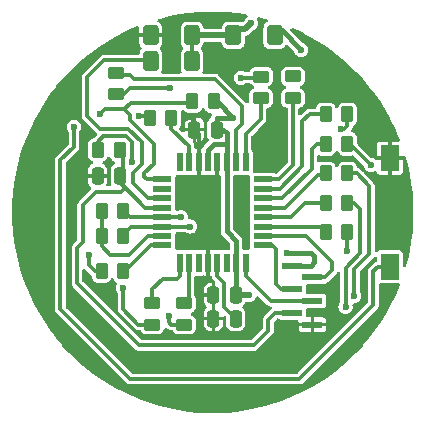
<source format=gbr>
%TF.GenerationSoftware,KiCad,Pcbnew,8.0.7*%
%TF.CreationDate,2025-01-15T15:57:44+02:00*%
%TF.ProjectId,LumiTimeV2,4c756d69-5469-46d6-9556-322e6b696361,rev?*%
%TF.SameCoordinates,Original*%
%TF.FileFunction,Copper,L2,Bot*%
%TF.FilePolarity,Positive*%
%FSLAX46Y46*%
G04 Gerber Fmt 4.6, Leading zero omitted, Abs format (unit mm)*
G04 Created by KiCad (PCBNEW 8.0.7) date 2025-01-15 15:57:44*
%MOMM*%
%LPD*%
G01*
G04 APERTURE LIST*
G04 Aperture macros list*
%AMRoundRect*
0 Rectangle with rounded corners*
0 $1 Rounding radius*
0 $2 $3 $4 $5 $6 $7 $8 $9 X,Y pos of 4 corners*
0 Add a 4 corners polygon primitive as box body*
4,1,4,$2,$3,$4,$5,$6,$7,$8,$9,$2,$3,0*
0 Add four circle primitives for the rounded corners*
1,1,$1+$1,$2,$3*
1,1,$1+$1,$4,$5*
1,1,$1+$1,$6,$7*
1,1,$1+$1,$8,$9*
0 Add four rect primitives between the rounded corners*
20,1,$1+$1,$2,$3,$4,$5,0*
20,1,$1+$1,$4,$5,$6,$7,0*
20,1,$1+$1,$6,$7,$8,$9,0*
20,1,$1+$1,$8,$9,$2,$3,0*%
G04 Aperture macros list end*
%TA.AperFunction,SMDPad,CuDef*%
%ADD10RoundRect,0.250000X0.250000X0.475000X-0.250000X0.475000X-0.250000X-0.475000X0.250000X-0.475000X0*%
%TD*%
%TA.AperFunction,SMDPad,CuDef*%
%ADD11RoundRect,0.250000X0.262500X0.450000X-0.262500X0.450000X-0.262500X-0.450000X0.262500X-0.450000X0*%
%TD*%
%TA.AperFunction,SMDPad,CuDef*%
%ADD12RoundRect,0.250000X0.450000X-0.262500X0.450000X0.262500X-0.450000X0.262500X-0.450000X-0.262500X0*%
%TD*%
%TA.AperFunction,SMDPad,CuDef*%
%ADD13RoundRect,0.250000X-0.262500X-0.450000X0.262500X-0.450000X0.262500X0.450000X-0.262500X0.450000X0*%
%TD*%
%TA.AperFunction,SMDPad,CuDef*%
%ADD14R,1.750000X0.600000*%
%TD*%
%TA.AperFunction,SMDPad,CuDef*%
%ADD15RoundRect,0.250000X-0.450000X0.262500X-0.450000X-0.262500X0.450000X-0.262500X0.450000X0.262500X0*%
%TD*%
%TA.AperFunction,SMDPad,CuDef*%
%ADD16R,1.600000X0.550000*%
%TD*%
%TA.AperFunction,SMDPad,CuDef*%
%ADD17R,0.550000X1.600000*%
%TD*%
%TA.AperFunction,SMDPad,CuDef*%
%ADD18RoundRect,0.250000X0.400000X0.600000X-0.400000X0.600000X-0.400000X-0.600000X0.400000X-0.600000X0*%
%TD*%
%TA.AperFunction,SMDPad,CuDef*%
%ADD19RoundRect,0.250000X-0.400000X-0.600000X0.400000X-0.600000X0.400000X0.600000X-0.400000X0.600000X0*%
%TD*%
%TA.AperFunction,SMDPad,CuDef*%
%ADD20R,1.600000X2.180000*%
%TD*%
%TA.AperFunction,ViaPad*%
%ADD21C,0.600000*%
%TD*%
%TA.AperFunction,Conductor*%
%ADD22C,0.300000*%
%TD*%
%TA.AperFunction,Conductor*%
%ADD23C,0.400000*%
%TD*%
%TA.AperFunction,Conductor*%
%ADD24C,0.200000*%
%TD*%
%TA.AperFunction,Conductor*%
%ADD25C,0.500000*%
%TD*%
G04 APERTURE END LIST*
D10*
%TO.P,C4,1*%
%TO.N,/Res*%
X142150000Y-96900000D03*
%TO.P,C4,2*%
%TO.N,GND*%
X140250000Y-96900000D03*
%TD*%
D11*
%TO.P,R10,1*%
%TO.N,/LED X*%
X146512500Y-92000000D03*
%TO.P,R10,2*%
%TO.N,Net-(D10-A)*%
X144687500Y-92000000D03*
%TD*%
%TO.P,R3,1*%
%TO.N,Net-(D3-A)*%
X161412500Y-94200000D03*
%TO.P,R3,2*%
%TO.N,/LED III*%
X159587500Y-94200000D03*
%TD*%
D10*
%TO.P,C2,1*%
%TO.N,+3V7*%
X151950000Y-107000000D03*
%TO.P,C2,2*%
%TO.N,GND*%
X150050000Y-107000000D03*
%TD*%
D12*
%TO.P,R1,1*%
%TO.N,/LED I*%
X156800000Y-90312500D03*
%TO.P,R1,2*%
%TO.N,Net-(D1-A)*%
X156800000Y-88487500D03*
%TD*%
D13*
%TO.P,R13,1*%
%TO.N,+3V7*%
X140287500Y-94700000D03*
%TO.P,R13,2*%
%TO.N,/Res*%
X142112500Y-94700000D03*
%TD*%
D10*
%TO.P,C3,1*%
%TO.N,+3V7*%
X150350000Y-93000000D03*
%TO.P,C3,2*%
%TO.N,GND*%
X148450000Y-93000000D03*
%TD*%
D14*
%TO.P,J1,1,Pin_1*%
%TO.N,+3V7*%
X156700000Y-104500000D03*
%TO.P,J1,2,Pin_2*%
%TO.N,/MOSI*%
X158450000Y-105500000D03*
%TO.P,J1,3,Pin_3*%
%TO.N,/MISO*%
X156700000Y-106500000D03*
%TO.P,J1,4,Pin_4*%
%TO.N,/SCK*%
X158450000Y-107500000D03*
%TO.P,J1,5,Pin_5*%
%TO.N,/Res*%
X156700000Y-108500000D03*
%TO.P,J1,6,Pin_6*%
%TO.N,GND*%
X158450000Y-109500000D03*
%TD*%
D11*
%TO.P,R9,1*%
%TO.N,/LED IX*%
X142412500Y-105000000D03*
%TO.P,R9,2*%
%TO.N,Net-(D9-A)*%
X140587500Y-105000000D03*
%TD*%
D15*
%TO.P,R8,1*%
%TO.N,/LED VIII*%
X144900000Y-107687500D03*
%TO.P,R8,2*%
%TO.N,Net-(D8-A)*%
X144900000Y-109512500D03*
%TD*%
D10*
%TO.P,C1,1*%
%TO.N,Net-(U1-AREF)*%
X151950000Y-109000000D03*
%TO.P,C1,2*%
%TO.N,GND*%
X150050000Y-109000000D03*
%TD*%
D15*
%TO.P,R11,1*%
%TO.N,/LED XI*%
X141800000Y-88187500D03*
%TO.P,R11,2*%
%TO.N,Net-(D11-A)*%
X141800000Y-90012500D03*
%TD*%
D11*
%TO.P,R5,1*%
%TO.N,Net-(D5-A)*%
X161412500Y-99200000D03*
%TO.P,R5,2*%
%TO.N,/LED V*%
X159587500Y-99200000D03*
%TD*%
D16*
%TO.P,U1,32,PD2*%
%TO.N,/But0*%
X145750000Y-97200000D03*
%TO.P,U1,31,PD1*%
%TO.N,/TXD*%
X145750000Y-98000000D03*
%TO.P,U1,30,PD0*%
%TO.N,/RXD*%
X145750000Y-98800000D03*
%TO.P,U1,29,~{RESET}/PC6*%
%TO.N,/Res*%
X145750000Y-99600000D03*
%TO.P,U1,28,PC5*%
%TO.N,/SCL*%
X145750000Y-100400000D03*
%TO.P,U1,27,PC4*%
%TO.N,/SDA*%
X145750000Y-101200000D03*
%TO.P,U1,26,PC3*%
%TO.N,/Pullup*%
X145750000Y-102000000D03*
%TO.P,U1,25,PC2*%
%TO.N,/LED IX*%
X145750000Y-102800000D03*
D17*
%TO.P,U1,24,PC1*%
%TO.N,/LED VIII*%
X147200000Y-104250000D03*
%TO.P,U1,23,PC0*%
%TO.N,/LED VII*%
X148000000Y-104250000D03*
%TO.P,U1,22,ADC7*%
%TO.N,unconnected-(U1-ADC7-Pad22)*%
X148800000Y-104250000D03*
%TO.P,U1,21,GND*%
%TO.N,GND*%
X149600000Y-104250000D03*
%TO.P,U1,20,AREF*%
%TO.N,Net-(U1-AREF)*%
X150400000Y-104250000D03*
%TO.P,U1,19,ADC6*%
%TO.N,unconnected-(U1-ADC6-Pad19)*%
X151200000Y-104250000D03*
%TO.P,U1,18,AVCC*%
%TO.N,+3V7*%
X152000000Y-104250000D03*
%TO.P,U1,17,PB5*%
%TO.N,/SCK*%
X152800000Y-104250000D03*
D16*
%TO.P,U1,16,PB4*%
%TO.N,/MISO*%
X154250000Y-102800000D03*
%TO.P,U1,15,PB3*%
%TO.N,/MOSI*%
X154250000Y-102000000D03*
%TO.P,U1,14,PB2*%
%TO.N,/LED VI*%
X154250000Y-101200000D03*
%TO.P,U1,13,PB1*%
%TO.N,/LED V*%
X154250000Y-100400000D03*
%TO.P,U1,12,PB0*%
%TO.N,/LED IIII*%
X154250000Y-99600000D03*
%TO.P,U1,11,PD7*%
%TO.N,/LED III*%
X154250000Y-98800000D03*
%TO.P,U1,10,PD6*%
%TO.N,/LED II*%
X154250000Y-98000000D03*
%TO.P,U1,9,PD5*%
%TO.N,/LED I*%
X154250000Y-97200000D03*
D17*
%TO.P,U1,8,XTAL2/PB7*%
%TO.N,/LED XII*%
X152800000Y-95750000D03*
%TO.P,U1,7,XTAL1/PB6*%
%TO.N,/LED XI*%
X152000000Y-95750000D03*
%TO.P,U1,6,VCC*%
%TO.N,+3V7*%
X151200000Y-95750000D03*
%TO.P,U1,5,GND*%
%TO.N,GND*%
X150400000Y-95750000D03*
%TO.P,U1,4,VCC*%
%TO.N,+3V7*%
X149600000Y-95750000D03*
%TO.P,U1,3,GND*%
%TO.N,GND*%
X148800000Y-95750000D03*
%TO.P,U1,2,PD4*%
%TO.N,/LED X*%
X148000000Y-95750000D03*
%TO.P,U1,1,PD3*%
%TO.N,unconnected-(U1-PD3-Pad1)*%
X147200000Y-95750000D03*
%TD*%
D12*
%TO.P,R12,1*%
%TO.N,/LED XII*%
X154100000Y-90325000D03*
%TO.P,R12,2*%
%TO.N,Net-(D12-A)*%
X154100000Y-88500000D03*
%TD*%
D18*
%TO.P,D13,1,K*%
%TO.N,Net-(D13-K)*%
X148250000Y-85000000D03*
%TO.P,D13,2,A*%
%TO.N,GND*%
X144750000Y-85000000D03*
%TD*%
D11*
%TO.P,R14,1*%
%TO.N,/SCL*%
X142412500Y-99900000D03*
%TO.P,R14,2*%
%TO.N,/Pullup*%
X140587500Y-99900000D03*
%TD*%
%TO.P,R4,1*%
%TO.N,Net-(D4-A)*%
X161412500Y-96700000D03*
%TO.P,R4,2*%
%TO.N,/LED IIII*%
X159587500Y-96700000D03*
%TD*%
D12*
%TO.P,R7,1*%
%TO.N,Net-(D7-A)*%
X147600000Y-109512500D03*
%TO.P,R7,2*%
%TO.N,/LED VII*%
X147600000Y-107687500D03*
%TD*%
D11*
%TO.P,R16,1*%
%TO.N,+3V7*%
X150112500Y-90600000D03*
%TO.P,R16,2*%
%TO.N,/But0*%
X148287500Y-90600000D03*
%TD*%
%TO.P,R6,1*%
%TO.N,Net-(D6-A)*%
X161412500Y-101700000D03*
%TO.P,R6,2*%
%TO.N,/LED VI*%
X159587500Y-101700000D03*
%TD*%
D19*
%TO.P,D15,1,K*%
%TO.N,/RXD*%
X144750000Y-87200000D03*
%TO.P,D15,2,A*%
%TO.N,Net-(D13-K)*%
X148250000Y-87200000D03*
%TD*%
D11*
%TO.P,R15,1*%
%TO.N,/SDA*%
X142412500Y-102000000D03*
%TO.P,R15,2*%
%TO.N,/Pullup*%
X140587500Y-102000000D03*
%TD*%
D20*
%TO.P,Button1,1,1*%
%TO.N,GND*%
X165000000Y-95410000D03*
%TO.P,Button1,2,2*%
%TO.N,/But0*%
X165000000Y-104590000D03*
%TD*%
D18*
%TO.P,D14,1,K*%
%TO.N,+3V7*%
X155250000Y-85000000D03*
%TO.P,D14,2,A*%
%TO.N,Net-(D13-K)*%
X151750000Y-85000000D03*
%TD*%
D11*
%TO.P,R2,1*%
%TO.N,Net-(D2-A)*%
X161412500Y-91700000D03*
%TO.P,R2,2*%
%TO.N,/LED II*%
X159587500Y-91700000D03*
%TD*%
D21*
%TO.N,GND*%
X152500000Y-99000000D03*
X138000000Y-102300000D03*
X138400000Y-96200000D03*
X151500000Y-86700000D03*
X163800000Y-92700000D03*
X148800000Y-106100000D03*
X149200000Y-102000000D03*
X153250000Y-110250000D03*
X147750000Y-92000000D03*
X143000000Y-85000000D03*
X158500000Y-108500000D03*
%TO.N,Net-(D1-A)*%
X156800000Y-88487500D03*
%TO.N,Net-(D2-A)*%
X160876672Y-92940832D03*
%TO.N,Net-(D3-A)*%
X163400000Y-96000000D03*
%TO.N,Net-(D4-A)*%
X161980331Y-107080331D03*
%TO.N,Net-(D5-A)*%
X161250000Y-108000000D03*
%TO.N,Net-(D6-A)*%
X161400000Y-103300000D03*
%TO.N,Net-(D7-A)*%
X146300000Y-108800000D03*
%TO.N,Net-(D8-A)*%
X142400000Y-106400000D03*
%TO.N,Net-(D9-A)*%
X139488685Y-103600000D03*
%TO.N,Net-(D10-A)*%
X143761307Y-91881712D03*
%TO.N,Net-(D11-A)*%
X146374171Y-89465168D03*
%TO.N,Net-(D12-A)*%
X152400000Y-88600000D03*
%TO.N,Net-(D13-K)*%
X153250000Y-84000000D03*
%TO.N,+3V7*%
X157500000Y-86250000D03*
X151750000Y-92000000D03*
X156250000Y-103400000D03*
X153100000Y-107000000D03*
X143150000Y-95700000D03*
%TO.N,/But0*%
X138250000Y-92750000D03*
X140444669Y-91694669D03*
%TO.N,/SDA*%
X148100000Y-101200000D03*
%TO.N,/SCL*%
X147300000Y-100400000D03*
%TD*%
D22*
%TO.N,Net-(D5-A)*%
X161950000Y-99200000D02*
X161412500Y-99200000D01*
X162500000Y-99750000D02*
X161950000Y-99200000D01*
X162500000Y-103451472D02*
X162500000Y-99750000D01*
X161250000Y-104701472D02*
X162500000Y-103451472D01*
X161250000Y-108000000D02*
X161250000Y-104701472D01*
D23*
%TO.N,+3V7*%
X155850000Y-84600000D02*
X155250000Y-84600000D01*
X157500000Y-86250000D02*
X155850000Y-84600000D01*
X150356250Y-90600000D02*
X150112500Y-90600000D01*
X151750000Y-91993750D02*
X150356250Y-90600000D01*
X151750000Y-92000000D02*
X151750000Y-91993750D01*
X150350000Y-92050000D02*
X150350000Y-93000000D01*
X150400000Y-92000000D02*
X150350000Y-92050000D01*
X151750000Y-92000000D02*
X150400000Y-92000000D01*
D22*
%TO.N,/LED XI*%
X143300000Y-88700000D02*
X142987500Y-88387500D01*
X150200000Y-88700000D02*
X143300000Y-88700000D01*
X152500000Y-91000000D02*
X150200000Y-88700000D01*
X142987500Y-88387500D02*
X141300000Y-88387500D01*
X152000000Y-95750000D02*
X152000000Y-92996446D01*
X152000000Y-92996446D02*
X152500000Y-92496446D01*
X152500000Y-92496446D02*
X152500000Y-91000000D01*
%TO.N,GND*%
X148450000Y-92300000D02*
X148450000Y-93000000D01*
X148150000Y-92000000D02*
X148450000Y-92300000D01*
X147750000Y-92000000D02*
X148150000Y-92000000D01*
D23*
%TO.N,+3V7*%
X158600000Y-104200000D02*
X158300000Y-104500000D01*
X156250000Y-103400000D02*
X158300000Y-103400000D01*
X158300000Y-103400000D02*
X158600000Y-103700000D01*
X158300000Y-104500000D02*
X156700000Y-104500000D01*
X158600000Y-103700000D02*
X158600000Y-104200000D01*
D22*
%TO.N,GND*%
X150000000Y-97500000D02*
X150400000Y-97100000D01*
X149250000Y-97500000D02*
X150000000Y-97500000D01*
X148800000Y-95750000D02*
X148800000Y-97050000D01*
X148800000Y-97050000D02*
X149250000Y-97500000D01*
X150400000Y-97100000D02*
X150400000Y-95750000D01*
D24*
X148800000Y-93350000D02*
X148450000Y-93000000D01*
D25*
%TO.N,Net-(D13-K)*%
X151250000Y-85000000D02*
X148750000Y-85000000D01*
X148750000Y-85000000D02*
X148250000Y-84500000D01*
X152750000Y-84500000D02*
X151750000Y-84500000D01*
X151750000Y-84500000D02*
X151250000Y-85000000D01*
X153250000Y-84000000D02*
X152750000Y-84500000D01*
D22*
%TO.N,Net-(D2-A)*%
X160876672Y-92940832D02*
X161159168Y-92940832D01*
X161412500Y-92687500D02*
X161412500Y-91700000D01*
X161159168Y-92940832D02*
X161412500Y-92687500D01*
%TO.N,Net-(D3-A)*%
X161600000Y-94200000D02*
X163400000Y-96000000D01*
X161412500Y-94200000D02*
X161600000Y-94200000D01*
%TO.N,Net-(D4-A)*%
X162200000Y-96700000D02*
X161412500Y-96700000D01*
X162000000Y-104800000D02*
X163250000Y-103550000D01*
X161980331Y-107080331D02*
X162000000Y-107060662D01*
X162000000Y-107060662D02*
X162000000Y-104800000D01*
X163250000Y-97750000D02*
X162200000Y-96700000D01*
X163250000Y-103550000D02*
X163250000Y-97750000D01*
%TO.N,Net-(D6-A)*%
X161400000Y-103300000D02*
X161400000Y-101712500D01*
X161400000Y-101712500D02*
X161412500Y-101700000D01*
%TO.N,Net-(D7-A)*%
X146300000Y-109300000D02*
X146512500Y-109512500D01*
X146512500Y-109512500D02*
X147600000Y-109512500D01*
X146300000Y-108800000D02*
X146300000Y-109300000D01*
%TO.N,Net-(D8-A)*%
X142400000Y-106400000D02*
X142400000Y-108200000D01*
X142400000Y-108200000D02*
X143712500Y-109512500D01*
X143712500Y-109512500D02*
X144900000Y-109512500D01*
%TO.N,Net-(D9-A)*%
X139488685Y-104488685D02*
X140000000Y-105000000D01*
X139488685Y-103600000D02*
X139488685Y-104488685D01*
X140000000Y-105000000D02*
X140587500Y-105000000D01*
%TO.N,Net-(D10-A)*%
X144169212Y-91881712D02*
X144587500Y-92300000D01*
X143761307Y-91881712D02*
X144169212Y-91881712D01*
%TO.N,Net-(D11-A)*%
X146374171Y-89465168D02*
X143034832Y-89465168D01*
X143034832Y-89465168D02*
X142187500Y-90312500D01*
X142187500Y-90312500D02*
X141800000Y-90312500D01*
%TO.N,Net-(D12-A)*%
X154000000Y-88600000D02*
X154100000Y-88500000D01*
X152400000Y-88600000D02*
X154000000Y-88600000D01*
%TO.N,Net-(D13-K)*%
X148250000Y-87100000D02*
X148250000Y-84600000D01*
X153150000Y-84100000D02*
X153250000Y-84000000D01*
D23*
%TO.N,+3V7*%
X150112500Y-90400000D02*
X149812500Y-90700000D01*
D22*
X140287500Y-94012500D02*
X140287500Y-94700000D01*
D25*
X153100000Y-107000000D02*
X151950000Y-107000000D01*
D22*
X140750000Y-93550000D02*
X140287500Y-94012500D01*
D23*
X149600000Y-95750000D02*
X149600000Y-94750000D01*
D22*
X143150000Y-95700000D02*
X143150000Y-94028122D01*
X152000000Y-106950000D02*
X151950000Y-107000000D01*
X142000000Y-93550000D02*
X140750000Y-93550000D01*
D23*
X150100000Y-94250000D02*
X151200000Y-94250000D01*
X149600000Y-94750000D02*
X150100000Y-94250000D01*
X151200000Y-95750000D02*
X151200000Y-94250000D01*
D22*
X142671878Y-93550000D02*
X142000000Y-93550000D01*
X143150000Y-94028122D02*
X142671878Y-93550000D01*
D23*
X150900000Y-93000000D02*
X150350000Y-93000000D01*
X151200000Y-97000000D02*
X151200000Y-95750000D01*
D22*
X142000000Y-93550000D02*
X141900000Y-93550000D01*
X151950000Y-104300000D02*
X152000000Y-104250000D01*
D23*
X152000000Y-104250000D02*
X152000000Y-106950000D01*
X152000000Y-104250000D02*
X152000000Y-102412500D01*
X151200000Y-94250000D02*
X151200000Y-93300000D01*
X151200000Y-101612500D02*
X151200000Y-97000000D01*
X152000000Y-102412500D02*
X151200000Y-101612500D01*
X151200000Y-93300000D02*
X150900000Y-93000000D01*
D22*
%TO.N,/But0*%
X145000000Y-95900000D02*
X144200000Y-96700000D01*
X143000000Y-114100000D02*
X157350000Y-114100000D01*
X142000000Y-91250000D02*
X142500000Y-91250000D01*
X164010000Y-104590000D02*
X165500000Y-104590000D01*
X138250000Y-94450000D02*
X137100000Y-95600000D01*
X144400000Y-97200000D02*
X145750000Y-97200000D01*
X163600000Y-105000000D02*
X164010000Y-104590000D01*
X142500000Y-91250000D02*
X143011307Y-91761307D01*
X140444669Y-91694669D02*
X140889338Y-91250000D01*
X144200000Y-97000000D02*
X144400000Y-97200000D01*
X143011307Y-92192373D02*
X145000000Y-94181066D01*
X148187500Y-90700000D02*
X148287500Y-90600000D01*
X143050000Y-90700000D02*
X148187500Y-90700000D01*
X138250000Y-92750000D02*
X138250000Y-94450000D01*
X145000000Y-94181066D02*
X145000000Y-95900000D01*
X137100000Y-95600000D02*
X137100000Y-108200000D01*
X140889338Y-91250000D02*
X142500000Y-91250000D01*
X144200000Y-96700000D02*
X144200000Y-97000000D01*
X137100000Y-108200000D02*
X143000000Y-114100000D01*
X143011307Y-91761307D02*
X143011307Y-92192373D01*
X163600000Y-107850000D02*
X163600000Y-105000000D01*
X142500000Y-91250000D02*
X143050000Y-90700000D01*
X157350000Y-114100000D02*
X163600000Y-107850000D01*
%TO.N,Net-(U1-AREF)*%
X150400000Y-105400000D02*
X150400000Y-104250000D01*
X151000000Y-106000000D02*
X150400000Y-105400000D01*
X151000000Y-108050000D02*
X151000000Y-106000000D01*
X151950000Y-109000000D02*
X151000000Y-108050000D01*
%TO.N,/SDA*%
X143112500Y-101200000D02*
X145750000Y-101200000D01*
X142412500Y-101900000D02*
X143112500Y-101200000D01*
X148100000Y-101200000D02*
X145750000Y-101200000D01*
%TO.N,/Res*%
X139000000Y-102500000D02*
X138500000Y-103000000D01*
X142400000Y-95112500D02*
X142400000Y-96750000D01*
X138500000Y-106000000D02*
X143750000Y-111250000D01*
X139000000Y-99375000D02*
X139000000Y-102500000D01*
X142150000Y-97450000D02*
X142150000Y-96900000D01*
X142250000Y-98250000D02*
X140125000Y-98250000D01*
X142150000Y-97450000D02*
X142600000Y-97900000D01*
X154700000Y-109100000D02*
X155300000Y-108500000D01*
X142600000Y-97900000D02*
X142250000Y-98250000D01*
X143750000Y-111250000D02*
X153500000Y-111250000D01*
X153500000Y-111250000D02*
X154700000Y-110050000D01*
X145750000Y-99600000D02*
X144300000Y-99600000D01*
X138500000Y-103000000D02*
X138500000Y-106000000D01*
X154700000Y-110050000D02*
X154700000Y-109100000D01*
X144300000Y-99600000D02*
X142150000Y-97450000D01*
X155300000Y-108500000D02*
X156700000Y-108500000D01*
X140125000Y-98250000D02*
X139000000Y-99375000D01*
%TO.N,/RXD*%
X140800000Y-87100000D02*
X144750000Y-87100000D01*
X143250000Y-96660661D02*
X144000000Y-95910661D01*
X142870406Y-92900000D02*
X140450000Y-92900000D01*
X143250000Y-97550000D02*
X143250000Y-96660661D01*
X140450000Y-92900000D02*
X139350000Y-91800000D01*
X144000000Y-95910661D02*
X144000000Y-94029594D01*
X145750000Y-98800000D02*
X144500000Y-98800000D01*
X139350000Y-91800000D02*
X139350000Y-88550000D01*
X144500000Y-98800000D02*
X143250000Y-97550000D01*
X139350000Y-88550000D02*
X140800000Y-87100000D01*
X144000000Y-94029594D02*
X142870406Y-92900000D01*
%TO.N,/SCK*%
X152800000Y-105400000D02*
X152800000Y-104250000D01*
X154900000Y-107500000D02*
X152800000Y-105400000D01*
X154900000Y-107500000D02*
X158450000Y-107500000D01*
%TO.N,/MOSI*%
X157900000Y-102000000D02*
X160100000Y-104200000D01*
X160100000Y-104900000D02*
X159500000Y-105500000D01*
X154050000Y-102000000D02*
X157900000Y-102000000D01*
X160100000Y-104200000D02*
X160100000Y-104900000D01*
X159500000Y-105500000D02*
X158450000Y-105500000D01*
%TO.N,/MISO*%
X155375000Y-103125000D02*
X155050000Y-102800000D01*
X156700000Y-106500000D02*
X155800000Y-106500000D01*
X155800000Y-106500000D02*
X155375000Y-106075000D01*
X155050000Y-102800000D02*
X154250000Y-102800000D01*
X155375000Y-106075000D02*
X155375000Y-103125000D01*
%TO.N,/LED V*%
X159887500Y-99200000D02*
X157800000Y-99200000D01*
X156600000Y-100400000D02*
X154250000Y-100400000D01*
X157800000Y-99200000D02*
X156600000Y-100400000D01*
%TO.N,/LED III*%
X158400000Y-94600000D02*
X158400000Y-96300000D01*
X158800000Y-94200000D02*
X158400000Y-94600000D01*
X158400000Y-96300000D02*
X155900000Y-98800000D01*
X155900000Y-98800000D02*
X154250000Y-98800000D01*
X159887500Y-94200000D02*
X158800000Y-94200000D01*
%TO.N,/LED VIII*%
X145800000Y-105600000D02*
X144900000Y-106500000D01*
X147200000Y-104250000D02*
X147200000Y-105400000D01*
X147000000Y-105600000D02*
X145800000Y-105600000D01*
X147200000Y-105400000D02*
X147000000Y-105600000D01*
X144900000Y-106500000D02*
X144900000Y-107687500D01*
%TO.N,/LED II*%
X158200000Y-91700000D02*
X159887500Y-91700000D01*
X155700000Y-98000000D02*
X157600000Y-96100000D01*
X157600000Y-96100000D02*
X157600000Y-92300000D01*
X154250000Y-98000000D02*
X155700000Y-98000000D01*
X157600000Y-92300000D02*
X158200000Y-91700000D01*
%TO.N,/LED XI*%
X152050000Y-95750000D02*
X152075000Y-95725000D01*
X152000000Y-95750000D02*
X152050000Y-95750000D01*
%TO.N,/LED XII*%
X152800000Y-93400000D02*
X154100000Y-92100000D01*
X152800000Y-95750000D02*
X152800000Y-93400000D01*
X154100000Y-92100000D02*
X154100000Y-90325000D01*
%TO.N,/LED VI*%
X159387500Y-101200000D02*
X154250000Y-101200000D01*
X159587500Y-101700000D02*
X159087500Y-101200000D01*
%TO.N,/LED VII*%
X148000000Y-107287500D02*
X148000000Y-104250000D01*
X147600000Y-107687500D02*
X148000000Y-107287500D01*
%TO.N,/LED IIII*%
X156100000Y-99600000D02*
X158900000Y-96800000D01*
X154250000Y-99600000D02*
X156100000Y-99600000D01*
X158900000Y-96800000D02*
X159887500Y-96800000D01*
%TO.N,/LED I*%
X156800000Y-96000000D02*
X155600000Y-97200000D01*
X156800000Y-90312500D02*
X156800000Y-96000000D01*
X155600000Y-97200000D02*
X154250000Y-97200000D01*
%TO.N,/LED X*%
X148000000Y-95750000D02*
X148000000Y-94400000D01*
X146512500Y-92912500D02*
X146512500Y-92000000D01*
X148000000Y-94400000D02*
X146512500Y-92912500D01*
%TO.N,/SCL*%
X143012500Y-100400000D02*
X145750000Y-100400000D01*
X147300000Y-100400000D02*
X145750000Y-100400000D01*
X142412500Y-99800000D02*
X143012500Y-100400000D01*
%TO.N,/LED IX*%
X142412500Y-105000000D02*
X142548528Y-105000000D01*
X144748528Y-102800000D02*
X145750000Y-102800000D01*
X142548528Y-105000000D02*
X144748528Y-102800000D01*
%TO.N,/Pullup*%
X144500000Y-102000000D02*
X142900000Y-103600000D01*
X140587500Y-102887500D02*
X140587500Y-102100000D01*
X145750000Y-102000000D02*
X144500000Y-102000000D01*
X141300000Y-103600000D02*
X140587500Y-102887500D01*
X140587500Y-102100000D02*
X140587500Y-99500000D01*
X142900000Y-103600000D02*
X141300000Y-103600000D01*
%TO.N,GND*%
X148800000Y-95750000D02*
X148800000Y-93350000D01*
%TD*%
%TA.AperFunction,Conductor*%
%TO.N,GND*%
G36*
X150414369Y-83005638D02*
G01*
X151227782Y-83044982D01*
X151234934Y-83045502D01*
X152045498Y-83124099D01*
X152052605Y-83124962D01*
X152838934Y-83239782D01*
X152909766Y-83270299D01*
X152955851Y-83332144D01*
X152964839Y-83408747D01*
X152934322Y-83479581D01*
X152908109Y-83505427D01*
X152821720Y-83571715D01*
X152821716Y-83571719D01*
X152725466Y-83697154D01*
X152725463Y-83697159D01*
X152702261Y-83753174D01*
X152669962Y-83801512D01*
X152587184Y-83884289D01*
X152520389Y-83922852D01*
X152443261Y-83922852D01*
X152427165Y-83917541D01*
X152281561Y-83860122D01*
X152193105Y-83849500D01*
X152193102Y-83849500D01*
X151306898Y-83849500D01*
X151306894Y-83849500D01*
X151218436Y-83860122D01*
X151077658Y-83915638D01*
X151077658Y-83915639D01*
X150957079Y-84007076D01*
X150957076Y-84007079D01*
X150865639Y-84127658D01*
X150865638Y-84127658D01*
X150810123Y-84268435D01*
X150804139Y-84318266D01*
X150775436Y-84389854D01*
X150714785Y-84437500D01*
X150656202Y-84449500D01*
X149343798Y-84449500D01*
X149269298Y-84429538D01*
X149214760Y-84375000D01*
X149195861Y-84318266D01*
X149195031Y-84311362D01*
X149189877Y-84268436D01*
X149134361Y-84127658D01*
X149042922Y-84007078D01*
X149042920Y-84007076D01*
X148966994Y-83949500D01*
X148922342Y-83915639D01*
X148922341Y-83915638D01*
X148781563Y-83860122D01*
X148693105Y-83849500D01*
X148693102Y-83849500D01*
X147806898Y-83849500D01*
X147806894Y-83849500D01*
X147718436Y-83860122D01*
X147577658Y-83915638D01*
X147577658Y-83915639D01*
X147457079Y-84007076D01*
X147457076Y-84007079D01*
X147365639Y-84127658D01*
X147365638Y-84127658D01*
X147310122Y-84268436D01*
X147299500Y-84356894D01*
X147299500Y-85643105D01*
X147310122Y-85731563D01*
X147365638Y-85872341D01*
X147457076Y-85992920D01*
X147458797Y-85994641D01*
X147460123Y-85996938D01*
X147463236Y-86001043D01*
X147462719Y-86001434D01*
X147497361Y-86061436D01*
X147497361Y-86138564D01*
X147462719Y-86198565D01*
X147463236Y-86198957D01*
X147460123Y-86203061D01*
X147458797Y-86205359D01*
X147457076Y-86207079D01*
X147365639Y-86327658D01*
X147365638Y-86327658D01*
X147310122Y-86468436D01*
X147299500Y-86556894D01*
X147299500Y-87843105D01*
X147310122Y-87931563D01*
X147310123Y-87931566D01*
X147355187Y-88045839D01*
X147363948Y-88122467D01*
X147333220Y-88193210D01*
X147271237Y-88239111D01*
X147216576Y-88249500D01*
X145783424Y-88249500D01*
X145708924Y-88229538D01*
X145654386Y-88175000D01*
X145634424Y-88100500D01*
X145644813Y-88045839D01*
X145681267Y-87953398D01*
X145689877Y-87931564D01*
X145700500Y-87843102D01*
X145700500Y-86556898D01*
X145689877Y-86468436D01*
X145634361Y-86327658D01*
X145542923Y-86207079D01*
X145540845Y-86205001D01*
X145539242Y-86202225D01*
X145536764Y-86198957D01*
X145537175Y-86198645D01*
X145502281Y-86138206D01*
X145502281Y-86061078D01*
X145536922Y-86001076D01*
X145536407Y-86000685D01*
X145539515Y-85996586D01*
X145540845Y-85994283D01*
X145540851Y-85994277D01*
X145542569Y-85992558D01*
X145633920Y-85872096D01*
X145689386Y-85731443D01*
X145699999Y-85643060D01*
X145700000Y-85643058D01*
X145700000Y-85150000D01*
X143800000Y-85150000D01*
X143800000Y-85643060D01*
X143810613Y-85731443D01*
X143866079Y-85872096D01*
X143957433Y-85992562D01*
X143959154Y-85994283D01*
X143960480Y-85996580D01*
X143963593Y-86000685D01*
X143963076Y-86001076D01*
X143997718Y-86061078D01*
X143997718Y-86138206D01*
X143962825Y-86198645D01*
X143963236Y-86198957D01*
X143960763Y-86202217D01*
X143959160Y-86204995D01*
X143957079Y-86207076D01*
X143865639Y-86327658D01*
X143865638Y-86327658D01*
X143810123Y-86468435D01*
X143804139Y-86518266D01*
X143775436Y-86589854D01*
X143714785Y-86637500D01*
X143656202Y-86649500D01*
X140740687Y-86649500D01*
X140650326Y-86673712D01*
X140650326Y-86673713D01*
X140638219Y-86676957D01*
X140626112Y-86680201D01*
X140523385Y-86739510D01*
X140258134Y-87004762D01*
X138989511Y-88273386D01*
X138989510Y-88273387D01*
X138989508Y-88273389D01*
X138930201Y-88376111D01*
X138930202Y-88376111D01*
X138930201Y-88376115D01*
X138899500Y-88490689D01*
X138899500Y-88490691D01*
X138899500Y-91859309D01*
X138917417Y-91926178D01*
X138920990Y-91939510D01*
X138930202Y-91973891D01*
X138989506Y-92076607D01*
X138989509Y-92076611D01*
X138989511Y-92076614D01*
X140173386Y-93260489D01*
X140173388Y-93260490D01*
X140180292Y-93267394D01*
X140178172Y-93269513D01*
X140215135Y-93317691D01*
X140225198Y-93394160D01*
X140195679Y-93465415D01*
X140182833Y-93480062D01*
X139997305Y-93665589D01*
X139930510Y-93704153D01*
X139909719Y-93708166D01*
X139893442Y-93710121D01*
X139893432Y-93710124D01*
X139752658Y-93765638D01*
X139752658Y-93765639D01*
X139632079Y-93857076D01*
X139632076Y-93857079D01*
X139540639Y-93977658D01*
X139540638Y-93977658D01*
X139485122Y-94118436D01*
X139474500Y-94206894D01*
X139474500Y-95193105D01*
X139485122Y-95281563D01*
X139540638Y-95422341D01*
X139630384Y-95540689D01*
X139632078Y-95542922D01*
X139752658Y-95634361D01*
X139777679Y-95644228D01*
X139839661Y-95690129D01*
X139870389Y-95760872D01*
X139861628Y-95837501D01*
X139815727Y-95899483D01*
X139777678Y-95921451D01*
X139727904Y-95941079D01*
X139607437Y-96032433D01*
X139607433Y-96032437D01*
X139516079Y-96152903D01*
X139460613Y-96293556D01*
X139450000Y-96381939D01*
X139450000Y-96750000D01*
X141050000Y-96750000D01*
X141050000Y-96381941D01*
X141049999Y-96381939D01*
X141039386Y-96293556D01*
X140983920Y-96152903D01*
X140892566Y-96032437D01*
X140892562Y-96032433D01*
X140772095Y-95941079D01*
X140772096Y-95941079D01*
X140759822Y-95936239D01*
X140697839Y-95890338D01*
X140667111Y-95819595D01*
X140675871Y-95742966D01*
X140721772Y-95680983D01*
X140759822Y-95659016D01*
X140772787Y-95653902D01*
X140822342Y-95634361D01*
X140942922Y-95542922D01*
X141034361Y-95422342D01*
X141061390Y-95353800D01*
X141107289Y-95291821D01*
X141178032Y-95261093D01*
X141254661Y-95269853D01*
X141316644Y-95315754D01*
X141338608Y-95353798D01*
X141365639Y-95422342D01*
X141365640Y-95422343D01*
X141455384Y-95540689D01*
X141457078Y-95542922D01*
X141577658Y-95634361D01*
X141639500Y-95658748D01*
X141701479Y-95704647D01*
X141732208Y-95775390D01*
X141723448Y-95852019D01*
X141677547Y-95914001D01*
X141639503Y-95935967D01*
X141627661Y-95940637D01*
X141627658Y-95940639D01*
X141507079Y-96032076D01*
X141507076Y-96032079D01*
X141415639Y-96152658D01*
X141415638Y-96152658D01*
X141360122Y-96293436D01*
X141349500Y-96381894D01*
X141349500Y-97418105D01*
X141360122Y-97506561D01*
X141360122Y-97506563D01*
X141360123Y-97506564D01*
X141390651Y-97583978D01*
X141395329Y-97595839D01*
X141404089Y-97672468D01*
X141373361Y-97743211D01*
X141311378Y-97789112D01*
X141256717Y-97799500D01*
X141142746Y-97799500D01*
X141068246Y-97779538D01*
X141013708Y-97725000D01*
X140993746Y-97650500D01*
X141004134Y-97595840D01*
X141039385Y-97506444D01*
X141049999Y-97418060D01*
X141050000Y-97418058D01*
X141050000Y-97050000D01*
X139450000Y-97050000D01*
X139450000Y-97418060D01*
X139460613Y-97506443D01*
X139516079Y-97647096D01*
X139607433Y-97767562D01*
X139607437Y-97767566D01*
X139677664Y-97820822D01*
X139724964Y-97881744D01*
X139735465Y-97958154D01*
X139706355Y-98029577D01*
X139692991Y-98044904D01*
X138639509Y-99098388D01*
X138639508Y-99098389D01*
X138580201Y-99201111D01*
X138580202Y-99201111D01*
X138580201Y-99201115D01*
X138549500Y-99315689D01*
X138549500Y-102251678D01*
X138529538Y-102326178D01*
X138505859Y-102357037D01*
X138139509Y-102723388D01*
X138139508Y-102723389D01*
X138080201Y-102826111D01*
X138080202Y-102826111D01*
X138080201Y-102826113D01*
X138080201Y-102826114D01*
X138075698Y-102842920D01*
X138049500Y-102940689D01*
X138049500Y-106059311D01*
X138066668Y-106123382D01*
X138066669Y-106123386D01*
X138066670Y-106123387D01*
X138069597Y-106134312D01*
X138080201Y-106173889D01*
X138139506Y-106276607D01*
X138139509Y-106276611D01*
X138139511Y-106276614D01*
X143473386Y-111610489D01*
X143473388Y-111610490D01*
X143473389Y-111610491D01*
X143576115Y-111669800D01*
X143590424Y-111673633D01*
X143600317Y-111676283D01*
X143600324Y-111676287D01*
X143600325Y-111676286D01*
X143624539Y-111682774D01*
X143690691Y-111700500D01*
X143690694Y-111700500D01*
X153559306Y-111700500D01*
X153559309Y-111700500D01*
X153649673Y-111676286D01*
X153673887Y-111669799D01*
X153776614Y-111610489D01*
X155060489Y-110326614D01*
X155119798Y-110223887D01*
X155119799Y-110223886D01*
X155150500Y-110109309D01*
X155150500Y-109844794D01*
X157275001Y-109844794D01*
X157277909Y-109869874D01*
X157323212Y-109972477D01*
X157402521Y-110051786D01*
X157505128Y-110097091D01*
X157530204Y-110099999D01*
X158300000Y-110099999D01*
X158600000Y-110099999D01*
X159369795Y-110099999D01*
X159394874Y-110097090D01*
X159497477Y-110051787D01*
X159497478Y-110051787D01*
X159576786Y-109972478D01*
X159622091Y-109869871D01*
X159625000Y-109844795D01*
X159625000Y-109650000D01*
X158600000Y-109650000D01*
X158600000Y-110099999D01*
X158300000Y-110099999D01*
X158300000Y-109650000D01*
X157275001Y-109650000D01*
X157275001Y-109844794D01*
X155150500Y-109844794D01*
X155150500Y-109348321D01*
X155170462Y-109273821D01*
X155194141Y-109242962D01*
X155413207Y-109023896D01*
X155480002Y-108985332D01*
X155557130Y-108985332D01*
X155623925Y-109023896D01*
X155652235Y-109052206D01*
X155755009Y-109097585D01*
X155780135Y-109100500D01*
X157126001Y-109100499D01*
X157200500Y-109120461D01*
X157255038Y-109174999D01*
X157275000Y-109249499D01*
X157275000Y-109350000D01*
X158300000Y-109350000D01*
X158600000Y-109350000D01*
X159624999Y-109350000D01*
X159624999Y-109155205D01*
X159622090Y-109130125D01*
X159576787Y-109027522D01*
X159497478Y-108948213D01*
X159394871Y-108902908D01*
X159369796Y-108900000D01*
X158600000Y-108900000D01*
X158600000Y-109350000D01*
X158300000Y-109350000D01*
X158300000Y-108900000D01*
X158024500Y-108900000D01*
X157950000Y-108880038D01*
X157895462Y-108825500D01*
X157875500Y-108751000D01*
X157875499Y-108249499D01*
X157895461Y-108174999D01*
X157949999Y-108120461D01*
X158024499Y-108100499D01*
X159369867Y-108100499D01*
X159384940Y-108098750D01*
X159394991Y-108097585D01*
X159497765Y-108052206D01*
X159577206Y-107972765D01*
X159622585Y-107869991D01*
X159625500Y-107844865D01*
X159625499Y-107155136D01*
X159624903Y-107150000D01*
X159622585Y-107130010D01*
X159622584Y-107130007D01*
X159579343Y-107032076D01*
X159577206Y-107027235D01*
X159497765Y-106947794D01*
X159497764Y-106947793D01*
X159394994Y-106902416D01*
X159394991Y-106902415D01*
X159369865Y-106899500D01*
X159369859Y-106899500D01*
X158024500Y-106899500D01*
X157950000Y-106879538D01*
X157895462Y-106825000D01*
X157875500Y-106750500D01*
X157875499Y-106249499D01*
X157895461Y-106174999D01*
X157949999Y-106120461D01*
X158024499Y-106100499D01*
X159369867Y-106100499D01*
X159384940Y-106098750D01*
X159394991Y-106097585D01*
X159497765Y-106052206D01*
X159577206Y-105972765D01*
X159577207Y-105972761D01*
X159585938Y-105964031D01*
X159652730Y-105925466D01*
X159673887Y-105919799D01*
X159776614Y-105860489D01*
X160460489Y-105176614D01*
X160507691Y-105094859D01*
X160521462Y-105071007D01*
X160576000Y-105016469D01*
X160650501Y-104996507D01*
X160725000Y-105016469D01*
X160779538Y-105071007D01*
X160799500Y-105145507D01*
X160799500Y-107550094D01*
X160779538Y-107624594D01*
X160768710Y-107640799D01*
X160725463Y-107697159D01*
X160664954Y-107843242D01*
X160644318Y-107999997D01*
X160644318Y-108000002D01*
X160664954Y-108156757D01*
X160725463Y-108302840D01*
X160756218Y-108342920D01*
X160821718Y-108428282D01*
X160947159Y-108524536D01*
X161093238Y-108585044D01*
X161093241Y-108585044D01*
X161093243Y-108585045D01*
X161093240Y-108585045D01*
X161249997Y-108605682D01*
X161250000Y-108605682D01*
X161250003Y-108605682D01*
X161406757Y-108585045D01*
X161406758Y-108585044D01*
X161406762Y-108585044D01*
X161552841Y-108524536D01*
X161678282Y-108428282D01*
X161774536Y-108302841D01*
X161835044Y-108156762D01*
X161837690Y-108136668D01*
X161855682Y-108000002D01*
X161855682Y-107999997D01*
X161836522Y-107854461D01*
X161846589Y-107777993D01*
X161893542Y-107716803D01*
X161964799Y-107687288D01*
X161976452Y-107686524D01*
X162137088Y-107665376D01*
X162137089Y-107665375D01*
X162137093Y-107665375D01*
X162283172Y-107604867D01*
X162408613Y-107508613D01*
X162504867Y-107383172D01*
X162565375Y-107237093D01*
X162574627Y-107166822D01*
X162586013Y-107080333D01*
X162586013Y-107080328D01*
X162565376Y-106923573D01*
X162565375Y-106923571D01*
X162565375Y-106923569D01*
X162504867Y-106777490D01*
X162503266Y-106775404D01*
X162481289Y-106746762D01*
X162451774Y-106675504D01*
X162450500Y-106656058D01*
X162450500Y-105048320D01*
X162470462Y-104973820D01*
X162494137Y-104942965D01*
X163610489Y-103826614D01*
X163611689Y-103824536D01*
X163621462Y-103807609D01*
X163675999Y-103753071D01*
X163750499Y-103733108D01*
X163824999Y-103753070D01*
X163879537Y-103807607D01*
X163899500Y-103882107D01*
X163899500Y-104047579D01*
X163879538Y-104122079D01*
X163825001Y-104176616D01*
X163733387Y-104229509D01*
X163239509Y-104723388D01*
X163239508Y-104723389D01*
X163180201Y-104826111D01*
X163180202Y-104826111D01*
X163180201Y-104826115D01*
X163149500Y-104940689D01*
X163149500Y-107601678D01*
X163129538Y-107676178D01*
X163105859Y-107707037D01*
X157207038Y-113605859D01*
X157140243Y-113644423D01*
X157101679Y-113649500D01*
X143248321Y-113649500D01*
X143173821Y-113629538D01*
X143142962Y-113605859D01*
X137594141Y-108057038D01*
X137555577Y-107990243D01*
X137550500Y-107951679D01*
X137550500Y-95848321D01*
X137570462Y-95773821D01*
X137594141Y-95742962D01*
X138077103Y-95260000D01*
X138610490Y-94726614D01*
X138669799Y-94623886D01*
X138686786Y-94560489D01*
X138700500Y-94509309D01*
X138700500Y-93199904D01*
X138720462Y-93125404D01*
X138731292Y-93109197D01*
X138740081Y-93097744D01*
X138774536Y-93052841D01*
X138774537Y-93052840D01*
X138823612Y-92934361D01*
X138835044Y-92906762D01*
X138835044Y-92906761D01*
X138835045Y-92906759D01*
X138855682Y-92750002D01*
X138855682Y-92749997D01*
X138835045Y-92593242D01*
X138835044Y-92593240D01*
X138835044Y-92593238D01*
X138774536Y-92447159D01*
X138678282Y-92321718D01*
X138659511Y-92307314D01*
X138552840Y-92225463D01*
X138472944Y-92192369D01*
X138406762Y-92164956D01*
X138406760Y-92164955D01*
X138406756Y-92164954D01*
X138406759Y-92164954D01*
X138250003Y-92144318D01*
X138249997Y-92144318D01*
X138093242Y-92164954D01*
X137947159Y-92225463D01*
X137821718Y-92321717D01*
X137821717Y-92321718D01*
X137725463Y-92447159D01*
X137664954Y-92593242D01*
X137644318Y-92749997D01*
X137644318Y-92750002D01*
X137664954Y-92906759D01*
X137725462Y-93052840D01*
X137725463Y-93052841D01*
X137768708Y-93109197D01*
X137798225Y-93180453D01*
X137799500Y-93199904D01*
X137799500Y-94201678D01*
X137779538Y-94276178D01*
X137755859Y-94307037D01*
X136739509Y-95323388D01*
X136739506Y-95323392D01*
X136680201Y-95426111D01*
X136674232Y-95448386D01*
X136666120Y-95478663D01*
X136649500Y-95540689D01*
X136649500Y-95540691D01*
X136649500Y-108259309D01*
X136671904Y-108342922D01*
X136678448Y-108367346D01*
X136680202Y-108373891D01*
X136739506Y-108476607D01*
X136739509Y-108476611D01*
X136739511Y-108476614D01*
X142723386Y-114460489D01*
X142723388Y-114460490D01*
X142723389Y-114460491D01*
X142826115Y-114519800D01*
X142840424Y-114523633D01*
X142850317Y-114526283D01*
X142850324Y-114526287D01*
X142850325Y-114526286D01*
X142874539Y-114532774D01*
X142940691Y-114550500D01*
X142940694Y-114550500D01*
X157409306Y-114550500D01*
X157409309Y-114550500D01*
X157499673Y-114526286D01*
X157523887Y-114519799D01*
X157626614Y-114460489D01*
X163960490Y-108126614D01*
X164019799Y-108023887D01*
X164028694Y-107990691D01*
X164050500Y-107909309D01*
X164050500Y-106129499D01*
X164070462Y-106054999D01*
X164125000Y-106000461D01*
X164199496Y-105980499D01*
X165691690Y-105980499D01*
X165766190Y-106000461D01*
X165820728Y-106054999D01*
X165840690Y-106129499D01*
X165831007Y-106182335D01*
X165745777Y-106407069D01*
X165743062Y-106413738D01*
X165417855Y-107160292D01*
X165414821Y-107166822D01*
X165053901Y-107896842D01*
X165050554Y-107903219D01*
X164654803Y-108614916D01*
X164651153Y-108621122D01*
X164221480Y-109312870D01*
X164217533Y-109318894D01*
X163754920Y-109989103D01*
X163750688Y-109994928D01*
X163256258Y-110641975D01*
X163251749Y-110647589D01*
X162726631Y-111269999D01*
X162721856Y-111275389D01*
X162167277Y-111871707D01*
X162162247Y-111876860D01*
X161579507Y-112445684D01*
X161574234Y-112450588D01*
X160964692Y-112990594D01*
X160959189Y-112995237D01*
X160324275Y-113505161D01*
X160318553Y-113509534D01*
X159659724Y-113988201D01*
X159653798Y-113992291D01*
X158972624Y-114438561D01*
X158966507Y-114442360D01*
X158264589Y-114855187D01*
X158258296Y-114858687D01*
X157537218Y-115237139D01*
X157530763Y-115240330D01*
X156792265Y-115583490D01*
X156785663Y-115586366D01*
X156031450Y-115893447D01*
X156024717Y-115896000D01*
X155256530Y-116166289D01*
X155249682Y-116168515D01*
X154469330Y-116401376D01*
X154462382Y-116403267D01*
X153671723Y-116598147D01*
X153664692Y-116599701D01*
X152865514Y-116756160D01*
X152858416Y-116757372D01*
X152052628Y-116875034D01*
X152045479Y-116875902D01*
X151234947Y-116954496D01*
X151227766Y-116955018D01*
X150414369Y-116994362D01*
X150407170Y-116994536D01*
X149592830Y-116994536D01*
X149585631Y-116994362D01*
X148772233Y-116955018D01*
X148765052Y-116954496D01*
X147954520Y-116875902D01*
X147947371Y-116875034D01*
X147141583Y-116757372D01*
X147134485Y-116756160D01*
X146335307Y-116599701D01*
X146328276Y-116598147D01*
X145537617Y-116403267D01*
X145530669Y-116401376D01*
X145018097Y-116248422D01*
X144750309Y-116168512D01*
X144743469Y-116166289D01*
X143975282Y-115896000D01*
X143968549Y-115893447D01*
X143214336Y-115586366D01*
X143207734Y-115583490D01*
X142469236Y-115240330D01*
X142462781Y-115237139D01*
X141741703Y-114858687D01*
X141735410Y-114855187D01*
X141033492Y-114442360D01*
X141027375Y-114438561D01*
X140346201Y-113992291D01*
X140340275Y-113988201D01*
X139867105Y-113644423D01*
X139681435Y-113509526D01*
X139675735Y-113505169D01*
X139451426Y-113325019D01*
X139040810Y-112995237D01*
X139035307Y-112990594D01*
X138425765Y-112450588D01*
X138420492Y-112445684D01*
X138246918Y-112276255D01*
X137837740Y-111876848D01*
X137832734Y-111871719D01*
X137278143Y-111275389D01*
X137273368Y-111269999D01*
X136748250Y-110647589D01*
X136743741Y-110641975D01*
X136381502Y-110167923D01*
X136249304Y-109994918D01*
X136245079Y-109989103D01*
X135782466Y-109318894D01*
X135778532Y-109312891D01*
X135348837Y-108621108D01*
X135345205Y-108614931D01*
X134949436Y-107903202D01*
X134946098Y-107896842D01*
X134802525Y-107606443D01*
X134585178Y-107166822D01*
X134582152Y-107160309D01*
X134256917Y-106413692D01*
X134254225Y-106407079D01*
X133965448Y-105645635D01*
X133963059Y-105638846D01*
X133940642Y-105569853D01*
X133711408Y-104864345D01*
X133709352Y-104857453D01*
X133700820Y-104826115D01*
X133495420Y-104071718D01*
X133493706Y-104064767D01*
X133317966Y-103269532D01*
X133316596Y-103262529D01*
X133179491Y-102459788D01*
X133178453Y-102452679D01*
X133178188Y-102450500D01*
X133080293Y-101644259D01*
X133079599Y-101637096D01*
X133065926Y-101448827D01*
X133020610Y-100824855D01*
X133020264Y-100817683D01*
X133020224Y-100816045D01*
X133000587Y-100003599D01*
X133000587Y-99996400D01*
X133004034Y-99853804D01*
X133020265Y-99182294D01*
X133020609Y-99175146D01*
X133079599Y-98362894D01*
X133080294Y-98355736D01*
X133081599Y-98344988D01*
X133178455Y-97547299D01*
X133179490Y-97540217D01*
X133316597Y-96737463D01*
X133317965Y-96730475D01*
X133493708Y-95935222D01*
X133495417Y-95928290D01*
X133709357Y-95142526D01*
X133711404Y-95135665D01*
X133963064Y-94361136D01*
X133965449Y-94354361D01*
X133967293Y-94349499D01*
X134254231Y-93592906D01*
X134256911Y-93586321D01*
X134582159Y-92839674D01*
X134585178Y-92833177D01*
X134590427Y-92822561D01*
X134946107Y-92103139D01*
X134949427Y-92096813D01*
X135345215Y-91385050D01*
X135348826Y-91378909D01*
X135778544Y-90687089D01*
X135782466Y-90681105D01*
X135785176Y-90677180D01*
X136245080Y-90010894D01*
X136249289Y-90005100D01*
X136743748Y-89358015D01*
X136748250Y-89352410D01*
X136775771Y-89319790D01*
X137273378Y-88729988D01*
X137278143Y-88724610D01*
X137278877Y-88723821D01*
X137832753Y-88128259D01*
X137837720Y-88123171D01*
X138420522Y-87554286D01*
X138425734Y-87549438D01*
X139035312Y-87009400D01*
X139040810Y-87004762D01*
X139226432Y-86855682D01*
X139675760Y-86494809D01*
X139681409Y-86490493D01*
X140340296Y-86011783D01*
X140346179Y-86007723D01*
X141027396Y-85561424D01*
X141033470Y-85557652D01*
X141735411Y-85144810D01*
X141741703Y-85141312D01*
X141909914Y-85053028D01*
X142462816Y-84762842D01*
X142469200Y-84759686D01*
X143207753Y-84416500D01*
X143214316Y-84413641D01*
X143594816Y-84258719D01*
X143671340Y-84249115D01*
X143742418Y-84279060D01*
X143789000Y-84340533D01*
X143800000Y-84396720D01*
X143800000Y-84850000D01*
X145700000Y-84850000D01*
X145700000Y-84356941D01*
X145699999Y-84356939D01*
X145689386Y-84268556D01*
X145633920Y-84127903D01*
X145542566Y-84007437D01*
X145542562Y-84007433D01*
X145422095Y-83916079D01*
X145422089Y-83916075D01*
X145411608Y-83911942D01*
X145349626Y-83866040D01*
X145318900Y-83795297D01*
X145327662Y-83718668D01*
X145373564Y-83656686D01*
X145423661Y-83630555D01*
X145530692Y-83598616D01*
X145537592Y-83596738D01*
X146328312Y-83401844D01*
X146335270Y-83400306D01*
X147134520Y-83243832D01*
X147141548Y-83242632D01*
X147947399Y-83124961D01*
X147954496Y-83124099D01*
X148765068Y-83045501D01*
X148772214Y-83044982D01*
X149585631Y-83005638D01*
X149592830Y-83005464D01*
X150407170Y-83005464D01*
X150414369Y-83005638D01*
G37*
%TD.AperFunction*%
%TA.AperFunction,Conductor*%
G36*
X149254661Y-91169853D02*
G01*
X149316644Y-91215754D01*
X149338608Y-91253798D01*
X149365639Y-91322342D01*
X149378659Y-91339511D01*
X149439755Y-91420079D01*
X149457078Y-91442922D01*
X149577658Y-91534361D01*
X149718436Y-91589877D01*
X149792866Y-91598815D01*
X149864455Y-91627517D01*
X149912101Y-91688168D01*
X149923038Y-91764517D01*
X149904140Y-91821250D01*
X149883609Y-91856811D01*
X149883608Y-91856813D01*
X149883608Y-91856814D01*
X149882939Y-91859310D01*
X149849272Y-91984956D01*
X149810707Y-92051751D01*
X149795381Y-92065114D01*
X149707080Y-92132075D01*
X149707076Y-92132079D01*
X149660014Y-92194141D01*
X149615639Y-92252658D01*
X149594698Y-92305758D01*
X149560122Y-92393436D01*
X149549500Y-92481894D01*
X149549500Y-93518105D01*
X149560122Y-93606563D01*
X149597768Y-93702024D01*
X149615639Y-93747342D01*
X149657551Y-93802611D01*
X149686660Y-93874032D01*
X149676158Y-93950442D01*
X149644185Y-93997999D01*
X149292686Y-94349500D01*
X149292685Y-94349499D01*
X149199502Y-94442683D01*
X149199497Y-94442689D01*
X149133609Y-94556811D01*
X149133112Y-94558013D01*
X149132320Y-94559045D01*
X149128725Y-94565272D01*
X149127905Y-94564798D01*
X149086162Y-94619205D01*
X149014907Y-94648724D01*
X148995451Y-94650000D01*
X148950000Y-94650000D01*
X148950000Y-96849999D01*
X149119795Y-96849999D01*
X149144878Y-96847089D01*
X149155692Y-96844148D01*
X149156446Y-96846920D01*
X149215400Y-96837764D01*
X149243985Y-96845423D01*
X149244198Y-96844643D01*
X149255004Y-96847583D01*
X149255009Y-96847585D01*
X149280135Y-96850500D01*
X149919864Y-96850499D01*
X149919866Y-96850499D01*
X149926458Y-96849734D01*
X149944991Y-96847585D01*
X149944993Y-96847584D01*
X149944994Y-96847584D01*
X149955808Y-96844643D01*
X149956478Y-96847107D01*
X150016639Y-96837765D01*
X150044052Y-96845110D01*
X150044314Y-96844148D01*
X150055131Y-96847091D01*
X150080204Y-96849999D01*
X150250000Y-96849999D01*
X150250000Y-95899000D01*
X150269962Y-95824500D01*
X150324500Y-95769962D01*
X150399000Y-95750000D01*
X150401000Y-95750000D01*
X150475500Y-95769962D01*
X150530038Y-95824500D01*
X150550000Y-95899000D01*
X150550000Y-96849999D01*
X150550500Y-96849999D01*
X150625000Y-96869961D01*
X150679538Y-96924499D01*
X150699500Y-96998999D01*
X150699500Y-101678393D01*
X150701554Y-101686057D01*
X150733608Y-101805686D01*
X150733609Y-101805687D01*
X150799497Y-101919810D01*
X150799498Y-101919811D01*
X150799500Y-101919814D01*
X151455860Y-102576174D01*
X151494423Y-102642967D01*
X151499500Y-102681531D01*
X151499500Y-103000500D01*
X151479538Y-103075000D01*
X151425000Y-103129538D01*
X151350500Y-103149500D01*
X150880133Y-103149500D01*
X150855011Y-103152414D01*
X150844196Y-103155357D01*
X150843480Y-103152726D01*
X150783944Y-103161957D01*
X150756046Y-103154480D01*
X150755808Y-103155357D01*
X150744992Y-103152414D01*
X150719867Y-103149500D01*
X150080133Y-103149500D01*
X150055011Y-103152414D01*
X150044196Y-103155357D01*
X150043525Y-103152893D01*
X149983342Y-103162233D01*
X149955945Y-103154891D01*
X149955684Y-103155851D01*
X149944872Y-103152909D01*
X149919796Y-103150000D01*
X149750000Y-103150000D01*
X149750000Y-105349999D01*
X149805879Y-105349999D01*
X149880379Y-105369961D01*
X149934917Y-105424499D01*
X149949802Y-105460436D01*
X149958554Y-105493102D01*
X149958555Y-105493102D01*
X149980202Y-105573891D01*
X150039506Y-105676607D01*
X150039509Y-105676612D01*
X150163589Y-105800692D01*
X150202153Y-105867488D01*
X150202153Y-105944616D01*
X150200000Y-105948345D01*
X150200000Y-108850000D01*
X150850000Y-108850000D01*
X150867137Y-108832862D01*
X150869962Y-108822321D01*
X150924500Y-108767783D01*
X150999000Y-108747821D01*
X151073500Y-108767783D01*
X151104359Y-108791462D01*
X151105859Y-108792962D01*
X151144423Y-108859757D01*
X151149500Y-108898321D01*
X151149500Y-109518105D01*
X151160122Y-109606563D01*
X151215638Y-109747341D01*
X151307076Y-109867920D01*
X151307079Y-109867923D01*
X151313760Y-109872989D01*
X151427658Y-109959361D01*
X151568436Y-110014877D01*
X151656898Y-110025500D01*
X151656899Y-110025500D01*
X152243101Y-110025500D01*
X152243102Y-110025500D01*
X152331564Y-110014877D01*
X152472342Y-109959361D01*
X152592922Y-109867922D01*
X152684361Y-109747342D01*
X152739877Y-109606564D01*
X152750500Y-109518102D01*
X152750500Y-108481898D01*
X152739877Y-108393436D01*
X152684361Y-108252658D01*
X152661371Y-108222341D01*
X152592923Y-108132079D01*
X152592922Y-108132078D01*
X152590194Y-108130009D01*
X152575311Y-108118723D01*
X152528012Y-108057804D01*
X152517509Y-107981394D01*
X152546618Y-107909970D01*
X152575313Y-107881275D01*
X152592922Y-107867922D01*
X152684361Y-107747342D01*
X152720124Y-107656652D01*
X152766023Y-107594673D01*
X152836766Y-107563945D01*
X152913395Y-107572705D01*
X152915646Y-107573614D01*
X152943238Y-107585044D01*
X152943243Y-107585044D01*
X152943244Y-107585045D01*
X153099997Y-107605682D01*
X153100000Y-107605682D01*
X153100003Y-107605682D01*
X153256757Y-107585045D01*
X153256758Y-107585044D01*
X153256762Y-107585044D01*
X153402841Y-107524536D01*
X153528282Y-107428282D01*
X153624536Y-107302841D01*
X153668427Y-107196878D01*
X153715375Y-107135694D01*
X153786632Y-107106178D01*
X153863101Y-107116244D01*
X153911441Y-107148544D01*
X154623386Y-107860489D01*
X154650448Y-107876113D01*
X154650449Y-107876114D01*
X154726109Y-107919797D01*
X154726111Y-107919797D01*
X154726114Y-107919799D01*
X154840691Y-107950500D01*
X154852680Y-107950500D01*
X154927180Y-107970462D01*
X154981718Y-108025000D01*
X155001680Y-108099500D01*
X154981718Y-108174000D01*
X154958042Y-108204854D01*
X154638361Y-108524536D01*
X154339509Y-108823388D01*
X154339508Y-108823389D01*
X154280201Y-108926111D01*
X154280202Y-108926111D01*
X154280201Y-108926115D01*
X154249500Y-109040689D01*
X154249500Y-109801679D01*
X154229538Y-109876179D01*
X154205859Y-109907038D01*
X153357038Y-110755859D01*
X153290243Y-110794423D01*
X153251679Y-110799500D01*
X143998321Y-110799500D01*
X143923821Y-110779538D01*
X143892962Y-110755859D01*
X138994141Y-105857038D01*
X138955577Y-105790243D01*
X138950500Y-105751679D01*
X138950500Y-104947320D01*
X138970462Y-104872820D01*
X139025000Y-104818282D01*
X139099500Y-104798320D01*
X139174000Y-104818282D01*
X139204854Y-104841957D01*
X139602404Y-105239508D01*
X139730292Y-105367396D01*
X139727710Y-105369977D01*
X139763153Y-105416159D01*
X139774500Y-105473190D01*
X139774500Y-105493102D01*
X139785122Y-105581563D01*
X139840638Y-105722341D01*
X139902800Y-105804314D01*
X139932078Y-105842922D01*
X140052658Y-105934361D01*
X140193436Y-105989877D01*
X140281898Y-106000500D01*
X140281899Y-106000500D01*
X140893101Y-106000500D01*
X140893102Y-106000500D01*
X140981564Y-105989877D01*
X141122342Y-105934361D01*
X141242922Y-105842922D01*
X141334361Y-105722342D01*
X141361390Y-105653800D01*
X141407289Y-105591821D01*
X141478032Y-105561093D01*
X141554661Y-105569853D01*
X141616644Y-105615754D01*
X141638608Y-105653798D01*
X141665639Y-105722342D01*
X141665640Y-105722343D01*
X141757076Y-105842920D01*
X141757079Y-105842923D01*
X141836785Y-105903366D01*
X141884085Y-105964288D01*
X141894588Y-106040697D01*
X141878704Y-106087931D01*
X141879201Y-106088137D01*
X141876197Y-106095388D01*
X141875796Y-106096582D01*
X141875466Y-106097152D01*
X141814954Y-106243242D01*
X141794318Y-106399997D01*
X141794318Y-106400002D01*
X141814954Y-106556759D01*
X141875462Y-106702840D01*
X141875463Y-106702841D01*
X141918708Y-106759197D01*
X141948225Y-106830453D01*
X141949500Y-106849904D01*
X141949500Y-108259309D01*
X141971904Y-108342922D01*
X141978448Y-108367346D01*
X141980202Y-108373891D01*
X142039506Y-108476607D01*
X142039509Y-108476611D01*
X142039511Y-108476614D01*
X143435886Y-109872989D01*
X143494038Y-109906563D01*
X143494040Y-109906564D01*
X143494041Y-109906565D01*
X143538610Y-109932297D01*
X143538611Y-109932297D01*
X143538614Y-109932299D01*
X143653191Y-109963000D01*
X143831056Y-109963000D01*
X143905556Y-109982962D01*
X143960094Y-110037500D01*
X143960931Y-110038970D01*
X143965636Y-110047338D01*
X143965638Y-110047341D01*
X143965639Y-110047342D01*
X144057078Y-110167922D01*
X144177658Y-110259361D01*
X144318436Y-110314877D01*
X144406898Y-110325500D01*
X144406899Y-110325500D01*
X145393101Y-110325500D01*
X145393102Y-110325500D01*
X145481564Y-110314877D01*
X145622342Y-110259361D01*
X145742922Y-110167922D01*
X145834361Y-110047342D01*
X145889877Y-109906564D01*
X145894025Y-109872017D01*
X145922726Y-109800431D01*
X145983377Y-109752784D01*
X146059726Y-109741846D01*
X146131314Y-109770547D01*
X146147321Y-109784424D01*
X146235886Y-109872989D01*
X146294038Y-109906563D01*
X146294040Y-109906564D01*
X146294041Y-109906565D01*
X146338610Y-109932297D01*
X146338611Y-109932297D01*
X146338614Y-109932299D01*
X146453191Y-109963000D01*
X146531056Y-109963000D01*
X146605556Y-109982962D01*
X146660094Y-110037500D01*
X146660931Y-110038970D01*
X146665636Y-110047338D01*
X146665638Y-110047341D01*
X146665639Y-110047342D01*
X146757078Y-110167922D01*
X146877658Y-110259361D01*
X147018436Y-110314877D01*
X147106898Y-110325500D01*
X147106899Y-110325500D01*
X148093101Y-110325500D01*
X148093102Y-110325500D01*
X148181564Y-110314877D01*
X148322342Y-110259361D01*
X148442922Y-110167922D01*
X148534361Y-110047342D01*
X148589877Y-109906564D01*
X148600500Y-109818102D01*
X148600500Y-109518060D01*
X149250000Y-109518060D01*
X149260613Y-109606443D01*
X149316079Y-109747096D01*
X149407433Y-109867562D01*
X149407437Y-109867566D01*
X149527904Y-109958920D01*
X149527903Y-109958920D01*
X149668556Y-110014386D01*
X149756939Y-110024999D01*
X149756941Y-110025000D01*
X149900000Y-110025000D01*
X150200000Y-110025000D01*
X150343059Y-110025000D01*
X150343060Y-110024999D01*
X150431443Y-110014386D01*
X150572096Y-109958920D01*
X150692562Y-109867566D01*
X150692566Y-109867562D01*
X150783920Y-109747096D01*
X150839386Y-109606443D01*
X150849999Y-109518060D01*
X150850000Y-109518058D01*
X150850000Y-109150000D01*
X150200000Y-109150000D01*
X150200000Y-110025000D01*
X149900000Y-110025000D01*
X149900000Y-109150000D01*
X149250000Y-109150000D01*
X149250000Y-109518060D01*
X148600500Y-109518060D01*
X148600500Y-109206898D01*
X148589877Y-109118436D01*
X148534361Y-108977658D01*
X148442922Y-108857078D01*
X148442920Y-108857076D01*
X148322343Y-108765640D01*
X148322342Y-108765639D01*
X148253800Y-108738609D01*
X148191821Y-108692711D01*
X148161093Y-108621968D01*
X148169853Y-108545339D01*
X148215754Y-108483356D01*
X148253798Y-108461391D01*
X148322342Y-108434361D01*
X148442922Y-108342922D01*
X148534361Y-108222342D01*
X148589877Y-108081564D01*
X148600500Y-107993102D01*
X148600500Y-107518060D01*
X149250000Y-107518060D01*
X149260613Y-107606443D01*
X149316079Y-107747096D01*
X149407433Y-107867562D01*
X149407437Y-107867566D01*
X149425517Y-107881277D01*
X149472817Y-107942199D01*
X149483318Y-108018609D01*
X149454208Y-108090032D01*
X149425517Y-108118723D01*
X149407437Y-108132433D01*
X149407433Y-108132437D01*
X149316079Y-108252903D01*
X149260613Y-108393556D01*
X149250000Y-108481939D01*
X149250000Y-108850000D01*
X149900000Y-108850000D01*
X149900000Y-107150000D01*
X149250000Y-107150000D01*
X149250000Y-107518060D01*
X148600500Y-107518060D01*
X148600500Y-107381898D01*
X148589877Y-107293436D01*
X148534361Y-107152658D01*
X148521497Y-107135694D01*
X148480775Y-107081994D01*
X148451666Y-107010570D01*
X148450500Y-106991964D01*
X148450500Y-106481939D01*
X149250000Y-106481939D01*
X149250000Y-106850000D01*
X149900000Y-106850000D01*
X149900000Y-105975000D01*
X149756939Y-105975000D01*
X149668556Y-105985613D01*
X149527903Y-106041079D01*
X149407437Y-106132433D01*
X149407433Y-106132437D01*
X149316079Y-106252903D01*
X149260613Y-106393556D01*
X149250000Y-106481939D01*
X148450500Y-106481939D01*
X148450500Y-105499499D01*
X148470462Y-105424999D01*
X148525000Y-105370461D01*
X148599496Y-105350499D01*
X149119864Y-105350499D01*
X149119867Y-105350499D01*
X149128609Y-105349484D01*
X149144991Y-105347585D01*
X149144993Y-105347584D01*
X149144994Y-105347584D01*
X149155808Y-105344643D01*
X149156478Y-105347107D01*
X149216639Y-105337765D01*
X149244052Y-105345110D01*
X149244314Y-105344148D01*
X149255131Y-105347091D01*
X149280204Y-105349999D01*
X149450000Y-105349999D01*
X149450000Y-103150000D01*
X149280205Y-103150000D01*
X149255128Y-103152909D01*
X149244313Y-103155852D01*
X149243559Y-103153082D01*
X149184562Y-103162230D01*
X149156019Y-103154580D01*
X149155808Y-103155357D01*
X149144992Y-103152414D01*
X149119867Y-103149500D01*
X148480133Y-103149500D01*
X148455011Y-103152414D01*
X148444196Y-103155357D01*
X148443480Y-103152726D01*
X148383944Y-103161957D01*
X148356046Y-103154480D01*
X148355808Y-103155357D01*
X148344992Y-103152414D01*
X148319867Y-103149500D01*
X147680133Y-103149500D01*
X147655011Y-103152414D01*
X147644196Y-103155357D01*
X147643480Y-103152726D01*
X147583944Y-103161957D01*
X147556046Y-103154480D01*
X147555808Y-103155357D01*
X147544992Y-103152414D01*
X147519868Y-103149500D01*
X146999499Y-103149500D01*
X146924999Y-103129538D01*
X146870461Y-103075000D01*
X146850499Y-103000503D01*
X146850499Y-102480136D01*
X146847585Y-102455009D01*
X146847584Y-102455007D01*
X146847584Y-102455005D01*
X146844643Y-102444192D01*
X146847277Y-102443475D01*
X146838038Y-102383978D01*
X146845524Y-102356041D01*
X146844643Y-102355802D01*
X146847582Y-102344996D01*
X146847585Y-102344991D01*
X146850500Y-102319865D01*
X146850499Y-101799499D01*
X146870461Y-101725000D01*
X146924999Y-101670462D01*
X146999499Y-101650500D01*
X147650095Y-101650500D01*
X147724595Y-101670462D01*
X147740795Y-101681287D01*
X147797159Y-101724536D01*
X147943238Y-101785044D01*
X147943241Y-101785044D01*
X147943243Y-101785045D01*
X147943240Y-101785045D01*
X148099997Y-101805682D01*
X148100000Y-101805682D01*
X148100003Y-101805682D01*
X148256757Y-101785045D01*
X148256758Y-101785044D01*
X148256762Y-101785044D01*
X148402841Y-101724536D01*
X148528282Y-101628282D01*
X148624536Y-101502841D01*
X148685044Y-101356762D01*
X148686795Y-101343468D01*
X148705682Y-101200002D01*
X148705682Y-101199997D01*
X148685045Y-101043242D01*
X148685044Y-101043240D01*
X148685044Y-101043238D01*
X148624536Y-100897159D01*
X148528282Y-100771718D01*
X148520359Y-100765638D01*
X148402840Y-100675463D01*
X148322944Y-100642369D01*
X148256762Y-100614956D01*
X148256760Y-100614955D01*
X148256756Y-100614954D01*
X148256759Y-100614954D01*
X148100003Y-100594318D01*
X148099999Y-100594318D01*
X148068736Y-100598433D01*
X147992268Y-100588364D01*
X147931080Y-100541409D01*
X147901566Y-100470151D01*
X147901567Y-100431259D01*
X147905682Y-100400002D01*
X147905682Y-100399997D01*
X147885045Y-100243242D01*
X147885044Y-100243240D01*
X147885044Y-100243238D01*
X147824536Y-100097159D01*
X147728282Y-99971718D01*
X147707543Y-99955804D01*
X147602840Y-99875463D01*
X147496526Y-99831427D01*
X147456762Y-99814956D01*
X147456760Y-99814955D01*
X147456756Y-99814954D01*
X147456759Y-99814954D01*
X147300003Y-99794318D01*
X147299997Y-99794318D01*
X147143240Y-99814954D01*
X147056518Y-99850876D01*
X146980050Y-99860943D01*
X146908793Y-99831427D01*
X146861841Y-99770237D01*
X146850499Y-99713221D01*
X146850499Y-99280136D01*
X146847585Y-99255009D01*
X146847584Y-99255007D01*
X146847584Y-99255005D01*
X146844643Y-99244192D01*
X146847277Y-99243475D01*
X146838038Y-99183978D01*
X146845524Y-99156041D01*
X146844643Y-99155802D01*
X146847582Y-99144996D01*
X146847585Y-99144991D01*
X146850500Y-99119865D01*
X146850499Y-98480136D01*
X146847585Y-98455009D01*
X146847584Y-98455007D01*
X146847584Y-98455005D01*
X146844643Y-98444192D01*
X146847277Y-98443475D01*
X146838038Y-98383978D01*
X146845524Y-98356041D01*
X146844643Y-98355802D01*
X146847582Y-98344996D01*
X146847585Y-98344991D01*
X146850500Y-98319865D01*
X146850499Y-97680136D01*
X146847585Y-97655009D01*
X146847584Y-97655007D01*
X146847584Y-97655005D01*
X146844643Y-97644192D01*
X146847277Y-97643475D01*
X146838038Y-97583978D01*
X146845524Y-97556041D01*
X146844643Y-97555802D01*
X146847582Y-97544996D01*
X146847585Y-97544991D01*
X146850500Y-97519865D01*
X146850499Y-96999498D01*
X146870461Y-96924999D01*
X146924999Y-96870461D01*
X146999495Y-96850499D01*
X147519864Y-96850499D01*
X147519867Y-96850499D01*
X147528609Y-96849484D01*
X147544991Y-96847585D01*
X147544993Y-96847584D01*
X147544994Y-96847584D01*
X147555808Y-96844643D01*
X147556525Y-96847278D01*
X147616010Y-96838037D01*
X147643958Y-96845524D01*
X147644198Y-96844643D01*
X147655004Y-96847583D01*
X147655009Y-96847585D01*
X147680135Y-96850500D01*
X148319864Y-96850499D01*
X148319866Y-96850499D01*
X148326458Y-96849734D01*
X148344991Y-96847585D01*
X148344993Y-96847584D01*
X148344994Y-96847584D01*
X148355808Y-96844643D01*
X148356478Y-96847107D01*
X148416639Y-96837765D01*
X148444052Y-96845110D01*
X148444314Y-96844148D01*
X148455131Y-96847091D01*
X148480204Y-96849999D01*
X148650000Y-96849999D01*
X148650000Y-94650000D01*
X148599500Y-94650000D01*
X148525000Y-94630038D01*
X148470462Y-94575500D01*
X148450500Y-94501000D01*
X148450500Y-94340691D01*
X148450499Y-94340689D01*
X148442918Y-94312397D01*
X148419799Y-94226114D01*
X148419799Y-94226113D01*
X148419798Y-94226112D01*
X148416169Y-94212567D01*
X148416167Y-94142844D01*
X148376500Y-94132216D01*
X148345641Y-94108537D01*
X148343641Y-94106537D01*
X148305077Y-94039742D01*
X148303136Y-94025000D01*
X148594153Y-94025000D01*
X148743059Y-94025000D01*
X148743060Y-94024999D01*
X148831443Y-94014386D01*
X148972096Y-93958920D01*
X149092562Y-93867566D01*
X149092566Y-93867562D01*
X149183920Y-93747096D01*
X149239386Y-93606443D01*
X149249999Y-93518060D01*
X149250000Y-93518058D01*
X149250000Y-93150000D01*
X148600000Y-93150000D01*
X148600000Y-94003178D01*
X148594153Y-94025000D01*
X148303136Y-94025000D01*
X148300000Y-94001178D01*
X148300000Y-93150000D01*
X147650000Y-93150000D01*
X147623911Y-93176089D01*
X147557116Y-93214653D01*
X147479988Y-93214653D01*
X147413193Y-93176089D01*
X147221882Y-92984778D01*
X147183318Y-92917983D01*
X147183318Y-92840855D01*
X147208516Y-92789390D01*
X147259361Y-92722342D01*
X147314877Y-92581564D01*
X147325500Y-92493102D01*
X147325500Y-92481939D01*
X147650000Y-92481939D01*
X147650000Y-92850000D01*
X148300000Y-92850000D01*
X148600000Y-92850000D01*
X149250000Y-92850000D01*
X149250000Y-92481941D01*
X149249999Y-92481939D01*
X149239386Y-92393556D01*
X149183920Y-92252903D01*
X149092566Y-92132437D01*
X149092562Y-92132433D01*
X148972095Y-92041079D01*
X148972096Y-92041079D01*
X148831443Y-91985613D01*
X148743060Y-91975000D01*
X148600000Y-91975000D01*
X148600000Y-92850000D01*
X148300000Y-92850000D01*
X148300000Y-91975000D01*
X148156939Y-91975000D01*
X148068556Y-91985613D01*
X147927903Y-92041079D01*
X147807437Y-92132433D01*
X147807433Y-92132437D01*
X147716079Y-92252903D01*
X147660613Y-92393556D01*
X147650000Y-92481939D01*
X147325500Y-92481939D01*
X147325500Y-91506898D01*
X147324242Y-91496425D01*
X147335175Y-91420079D01*
X147382818Y-91359425D01*
X147454405Y-91330719D01*
X147530754Y-91341652D01*
X147590902Y-91388624D01*
X147614755Y-91420079D01*
X147632078Y-91442922D01*
X147752658Y-91534361D01*
X147893436Y-91589877D01*
X147981898Y-91600500D01*
X147981899Y-91600500D01*
X148593101Y-91600500D01*
X148593102Y-91600500D01*
X148681564Y-91589877D01*
X148822342Y-91534361D01*
X148942922Y-91442922D01*
X149034361Y-91322342D01*
X149061390Y-91253800D01*
X149107289Y-91191821D01*
X149178032Y-91161093D01*
X149254661Y-91169853D01*
G37*
%TD.AperFunction*%
%TA.AperFunction,Conductor*%
G36*
X153931556Y-83465895D02*
G01*
X154462396Y-83596735D01*
X154469317Y-83598619D01*
X154575559Y-83630322D01*
X154641239Y-83670754D01*
X154677905Y-83738609D01*
X154675731Y-83815707D01*
X154635299Y-83881388D01*
X154587620Y-83911710D01*
X154577659Y-83915638D01*
X154577658Y-83915639D01*
X154457079Y-84007076D01*
X154457076Y-84007079D01*
X154365639Y-84127658D01*
X154365638Y-84127658D01*
X154310122Y-84268436D01*
X154299500Y-84356894D01*
X154299500Y-85643105D01*
X154310122Y-85731563D01*
X154365638Y-85872341D01*
X154457076Y-85992920D01*
X154457079Y-85992923D01*
X154468303Y-86001434D01*
X154577658Y-86084361D01*
X154718436Y-86139877D01*
X154806898Y-86150500D01*
X154806899Y-86150500D01*
X155693101Y-86150500D01*
X155693102Y-86150500D01*
X155781564Y-86139877D01*
X155922342Y-86084361D01*
X156042922Y-85992922D01*
X156134361Y-85872342D01*
X156134365Y-85872330D01*
X156138893Y-85864280D01*
X156192806Y-85809124D01*
X156267073Y-85788314D01*
X156341796Y-85807425D01*
X156374131Y-85831945D01*
X156874283Y-86332097D01*
X156912846Y-86398889D01*
X156914955Y-86406760D01*
X156975463Y-86552840D01*
X156975464Y-86552841D01*
X157071718Y-86678282D01*
X157197159Y-86774536D01*
X157343238Y-86835044D01*
X157343241Y-86835044D01*
X157343243Y-86835045D01*
X157343240Y-86835045D01*
X157499997Y-86855682D01*
X157500000Y-86855682D01*
X157500003Y-86855682D01*
X157656757Y-86835045D01*
X157656758Y-86835044D01*
X157656762Y-86835044D01*
X157802841Y-86774536D01*
X157928282Y-86678282D01*
X158024536Y-86552841D01*
X158085044Y-86406762D01*
X158086081Y-86398889D01*
X158105682Y-86250002D01*
X158105682Y-86249997D01*
X158085045Y-86093242D01*
X158085044Y-86093240D01*
X158085044Y-86093238D01*
X158024536Y-85947159D01*
X157928282Y-85821718D01*
X157810790Y-85731563D01*
X157802840Y-85725463D01*
X157656760Y-85664955D01*
X157648889Y-85662846D01*
X157582097Y-85624283D01*
X156608411Y-84650597D01*
X156569847Y-84583802D01*
X156569847Y-84506674D01*
X156608411Y-84439879D01*
X156675206Y-84401315D01*
X156752334Y-84401315D01*
X156769959Y-84407239D01*
X156785665Y-84413634D01*
X156792261Y-84416507D01*
X157530782Y-84759678D01*
X157537199Y-84762850D01*
X157875699Y-84940509D01*
X158258296Y-85141312D01*
X158264589Y-85144812D01*
X158966507Y-85557639D01*
X158972622Y-85561436D01*
X159644221Y-86001434D01*
X159653798Y-86007708D01*
X159659722Y-86011796D01*
X160318570Y-86490478D01*
X160324258Y-86494825D01*
X160552684Y-86678282D01*
X160959189Y-87004762D01*
X160964692Y-87009405D01*
X161574234Y-87549411D01*
X161579497Y-87554306D01*
X162162258Y-88123150D01*
X162167266Y-88128281D01*
X162261436Y-88229538D01*
X162721856Y-88724610D01*
X162726631Y-88730000D01*
X163251749Y-89352410D01*
X163256258Y-89358024D01*
X163561189Y-89757079D01*
X163738945Y-89989704D01*
X163750688Y-90005071D01*
X163754920Y-90010896D01*
X164217533Y-90681105D01*
X164221473Y-90687119D01*
X164651153Y-91378877D01*
X164654801Y-91385081D01*
X165019580Y-92041079D01*
X165050554Y-92096780D01*
X165053901Y-92103157D01*
X165414821Y-92833177D01*
X165417855Y-92839707D01*
X165419256Y-92842923D01*
X165724200Y-93542962D01*
X165743070Y-93586279D01*
X165745782Y-93592941D01*
X165816801Y-93780202D01*
X165831198Y-93818164D01*
X165838951Y-93894901D01*
X165807297Y-93965234D01*
X165744717Y-94010317D01*
X165691881Y-94020000D01*
X165150000Y-94020000D01*
X165150000Y-95260000D01*
X166104873Y-95260000D01*
X166160135Y-95228093D01*
X166237263Y-95228092D01*
X166304058Y-95266655D01*
X166342467Y-95332871D01*
X166370890Y-95437262D01*
X166371043Y-95475257D01*
X166378038Y-95482252D01*
X166392763Y-95517601D01*
X166504582Y-95928290D01*
X166506298Y-95935252D01*
X166682026Y-96730435D01*
X166683409Y-96737502D01*
X166820505Y-97540195D01*
X166821546Y-97547320D01*
X166919705Y-98355736D01*
X166920400Y-98362903D01*
X166979388Y-99175123D01*
X166979735Y-99182316D01*
X166999412Y-99996400D01*
X166999412Y-100003600D01*
X166979735Y-100817683D01*
X166979388Y-100824876D01*
X166920400Y-101637096D01*
X166919705Y-101644263D01*
X166821546Y-102452679D01*
X166820505Y-102459804D01*
X166683409Y-103262497D01*
X166682026Y-103269564D01*
X166506298Y-104064747D01*
X166504579Y-104071718D01*
X166393264Y-104480561D01*
X166354433Y-104547197D01*
X166287483Y-104585492D01*
X166210356Y-104585182D01*
X166143717Y-104546349D01*
X166105422Y-104479399D01*
X166100499Y-104441415D01*
X166100499Y-103455133D01*
X166097585Y-103430010D01*
X166097584Y-103430007D01*
X166086602Y-103405136D01*
X166052206Y-103327235D01*
X165972765Y-103247794D01*
X165972764Y-103247793D01*
X165869994Y-103202416D01*
X165869991Y-103202415D01*
X165869982Y-103202414D01*
X165844865Y-103199500D01*
X165844859Y-103199500D01*
X164155133Y-103199500D01*
X164130010Y-103202414D01*
X164130007Y-103202415D01*
X164027235Y-103247793D01*
X163954859Y-103320170D01*
X163888064Y-103358734D01*
X163810936Y-103358734D01*
X163744141Y-103320170D01*
X163705577Y-103253375D01*
X163700500Y-103214811D01*
X163700500Y-97690691D01*
X163700499Y-97690687D01*
X163673730Y-97590783D01*
X163669799Y-97576113D01*
X163610491Y-97473389D01*
X163610490Y-97473388D01*
X163610489Y-97473386D01*
X162832809Y-96695706D01*
X162794247Y-96628914D01*
X162794247Y-96604966D01*
X162752628Y-96599487D01*
X162704293Y-96567190D01*
X162476614Y-96339511D01*
X162476611Y-96339509D01*
X162476607Y-96339506D01*
X162373890Y-96280202D01*
X162373888Y-96280201D01*
X162361524Y-96276888D01*
X162340107Y-96271150D01*
X162340101Y-96271146D01*
X162340101Y-96271148D01*
X162327011Y-96267640D01*
X162260218Y-96229074D01*
X162221657Y-96162277D01*
X162217646Y-96141499D01*
X162214877Y-96118436D01*
X162159361Y-95977658D01*
X162145449Y-95959312D01*
X162067923Y-95857079D01*
X162067920Y-95857076D01*
X162009000Y-95812396D01*
X161947342Y-95765639D01*
X161947341Y-95765638D01*
X161806563Y-95710122D01*
X161718105Y-95699500D01*
X161718102Y-95699500D01*
X161106898Y-95699500D01*
X161106894Y-95699500D01*
X161018436Y-95710122D01*
X160877658Y-95765638D01*
X160877658Y-95765639D01*
X160757079Y-95857076D01*
X160757076Y-95857079D01*
X160665639Y-95977658D01*
X160665638Y-95977658D01*
X160638611Y-96046196D01*
X160592710Y-96108178D01*
X160521967Y-96138906D01*
X160445338Y-96130145D01*
X160383356Y-96084244D01*
X160361389Y-96046196D01*
X160334361Y-95977658D01*
X160242923Y-95857079D01*
X160242920Y-95857076D01*
X160184000Y-95812396D01*
X160122342Y-95765639D01*
X160122341Y-95765638D01*
X159981563Y-95710122D01*
X159893105Y-95699500D01*
X159893102Y-95699500D01*
X159281898Y-95699500D01*
X159281894Y-95699500D01*
X159193436Y-95710122D01*
X159054162Y-95765046D01*
X158977533Y-95773807D01*
X158906790Y-95743079D01*
X158860889Y-95681097D01*
X158850500Y-95626435D01*
X158850500Y-95273564D01*
X158870462Y-95199064D01*
X158925000Y-95144526D01*
X158999500Y-95124564D01*
X159054156Y-95134951D01*
X159193436Y-95189877D01*
X159281898Y-95200500D01*
X159281899Y-95200500D01*
X159893101Y-95200500D01*
X159893102Y-95200500D01*
X159981564Y-95189877D01*
X160122342Y-95134361D01*
X160242922Y-95042922D01*
X160334361Y-94922342D01*
X160361390Y-94853800D01*
X160407289Y-94791821D01*
X160478032Y-94761093D01*
X160554661Y-94769853D01*
X160616644Y-94815754D01*
X160638608Y-94853798D01*
X160665639Y-94922342D01*
X160757078Y-95042922D01*
X160877658Y-95134361D01*
X161018436Y-95189877D01*
X161106898Y-95200500D01*
X161106899Y-95200500D01*
X161718101Y-95200500D01*
X161718102Y-95200500D01*
X161806564Y-95189877D01*
X161820504Y-95184379D01*
X161897128Y-95175616D01*
X161967872Y-95206340D01*
X161980527Y-95217630D01*
X162763317Y-96000420D01*
X162801881Y-96067215D01*
X162805682Y-96086328D01*
X162814956Y-96156762D01*
X162823178Y-96176611D01*
X162875463Y-96302840D01*
X162927859Y-96371124D01*
X162957374Y-96442381D01*
X162956841Y-96446427D01*
X162976734Y-96446427D01*
X163028875Y-96472140D01*
X163097159Y-96524536D01*
X163243238Y-96585044D01*
X163243241Y-96585044D01*
X163243243Y-96585045D01*
X163243240Y-96585045D01*
X163399997Y-96605682D01*
X163400000Y-96605682D01*
X163400003Y-96605682D01*
X163556757Y-96585045D01*
X163556758Y-96585044D01*
X163556762Y-96585044D01*
X163702841Y-96524536D01*
X163702841Y-96524535D01*
X163711863Y-96520799D01*
X163712387Y-96522065D01*
X163777051Y-96504736D01*
X163851552Y-96524694D01*
X163906093Y-96579229D01*
X163913363Y-96593552D01*
X163948211Y-96672475D01*
X163948213Y-96672478D01*
X164027521Y-96751786D01*
X164130128Y-96797091D01*
X164155204Y-96799999D01*
X164850000Y-96799999D01*
X165150000Y-96799999D01*
X165844795Y-96799999D01*
X165869874Y-96797090D01*
X165972477Y-96751787D01*
X165972478Y-96751787D01*
X166051786Y-96672478D01*
X166097091Y-96569871D01*
X166100000Y-96544795D01*
X166100000Y-95560000D01*
X165150000Y-95560000D01*
X165150000Y-96799999D01*
X164850000Y-96799999D01*
X164850000Y-95560000D01*
X163863589Y-95560000D01*
X163789089Y-95540038D01*
X163772874Y-95529202D01*
X163770268Y-95527202D01*
X163740283Y-95488118D01*
X163734913Y-95488118D01*
X163712085Y-95478663D01*
X163711863Y-95479201D01*
X163583697Y-95426113D01*
X163556762Y-95414956D01*
X163486328Y-95405682D01*
X163415072Y-95376167D01*
X163400420Y-95363317D01*
X162312307Y-94275204D01*
X163900000Y-94275204D01*
X163900000Y-95260000D01*
X164850000Y-95260000D01*
X164850000Y-94020000D01*
X164155205Y-94020000D01*
X164130125Y-94022909D01*
X164027522Y-94068212D01*
X164027522Y-94068213D01*
X163948213Y-94147521D01*
X163902908Y-94250128D01*
X163900000Y-94275204D01*
X162312307Y-94275204D01*
X162269141Y-94232038D01*
X162230577Y-94165243D01*
X162225500Y-94126679D01*
X162225500Y-93706899D01*
X162225500Y-93706898D01*
X162214877Y-93618436D01*
X162159361Y-93477658D01*
X162150041Y-93465368D01*
X162067923Y-93357079D01*
X162067920Y-93357076D01*
X162015983Y-93317691D01*
X161947342Y-93265639D01*
X161947340Y-93265638D01*
X161817381Y-93214388D01*
X161755399Y-93168487D01*
X161724671Y-93097744D01*
X161733432Y-93021115D01*
X161766686Y-92970416D01*
X161772990Y-92964113D01*
X161832299Y-92861386D01*
X161842702Y-92822560D01*
X161863000Y-92746809D01*
X161863000Y-92746807D01*
X161865527Y-92737377D01*
X161867647Y-92737945D01*
X161892059Y-92679008D01*
X161940045Y-92642186D01*
X161938455Y-92639358D01*
X161947338Y-92634362D01*
X161947342Y-92634361D01*
X162067922Y-92542922D01*
X162159361Y-92422342D01*
X162214877Y-92281564D01*
X162225500Y-92193102D01*
X162225500Y-91206898D01*
X162214877Y-91118436D01*
X162159361Y-90977658D01*
X162067922Y-90857078D01*
X162067920Y-90857076D01*
X162020982Y-90821482D01*
X161947342Y-90765639D01*
X161947341Y-90765638D01*
X161806563Y-90710122D01*
X161718105Y-90699500D01*
X161718102Y-90699500D01*
X161106898Y-90699500D01*
X161106894Y-90699500D01*
X161018436Y-90710122D01*
X160877658Y-90765638D01*
X160877658Y-90765639D01*
X160757079Y-90857076D01*
X160757076Y-90857079D01*
X160665639Y-90977658D01*
X160665638Y-90977658D01*
X160638611Y-91046196D01*
X160592710Y-91108178D01*
X160521967Y-91138906D01*
X160445338Y-91130145D01*
X160383356Y-91084244D01*
X160361389Y-91046196D01*
X160334361Y-90977658D01*
X160242923Y-90857079D01*
X160242920Y-90857076D01*
X160195982Y-90821482D01*
X160122342Y-90765639D01*
X160122341Y-90765638D01*
X159981563Y-90710122D01*
X159893105Y-90699500D01*
X159893102Y-90699500D01*
X159281898Y-90699500D01*
X159281894Y-90699500D01*
X159193436Y-90710122D01*
X159052658Y-90765638D01*
X159052658Y-90765639D01*
X158932079Y-90857076D01*
X158932076Y-90857079D01*
X158840639Y-90977658D01*
X158840638Y-90977658D01*
X158785122Y-91118436D01*
X158782782Y-91127698D01*
X158781491Y-91127371D01*
X158756446Y-91189848D01*
X158695797Y-91237497D01*
X158637207Y-91249500D01*
X158140687Y-91249500D01*
X158050326Y-91273712D01*
X158050326Y-91273713D01*
X158026113Y-91280201D01*
X157923389Y-91339508D01*
X157504859Y-91758038D01*
X157438064Y-91796602D01*
X157360936Y-91796602D01*
X157294141Y-91758038D01*
X157255577Y-91691243D01*
X157250500Y-91652679D01*
X157250500Y-91262793D01*
X157270462Y-91188293D01*
X157325000Y-91133755D01*
X157372484Y-91117938D01*
X157372302Y-91117218D01*
X157381562Y-91114877D01*
X157381564Y-91114877D01*
X157522342Y-91059361D01*
X157642922Y-90967922D01*
X157734361Y-90847342D01*
X157789877Y-90706564D01*
X157800500Y-90618102D01*
X157800500Y-90006898D01*
X157789877Y-89918436D01*
X157734361Y-89777658D01*
X157642922Y-89657078D01*
X157642920Y-89657076D01*
X157538827Y-89578140D01*
X157522342Y-89565639D01*
X157453800Y-89538609D01*
X157391821Y-89492711D01*
X157361093Y-89421968D01*
X157369853Y-89345339D01*
X157415754Y-89283356D01*
X157453798Y-89261391D01*
X157522342Y-89234361D01*
X157642922Y-89142922D01*
X157734361Y-89022342D01*
X157789877Y-88881564D01*
X157800500Y-88793102D01*
X157800500Y-88181898D01*
X157789877Y-88093436D01*
X157734361Y-87952658D01*
X157642922Y-87832078D01*
X157642920Y-87832076D01*
X157591964Y-87793435D01*
X157522342Y-87740639D01*
X157522341Y-87740638D01*
X157381563Y-87685122D01*
X157293105Y-87674500D01*
X157293102Y-87674500D01*
X156306898Y-87674500D01*
X156306894Y-87674500D01*
X156218436Y-87685122D01*
X156077658Y-87740638D01*
X156077658Y-87740639D01*
X155957079Y-87832076D01*
X155957076Y-87832079D01*
X155865639Y-87952658D01*
X155865638Y-87952658D01*
X155810122Y-88093436D01*
X155799500Y-88181894D01*
X155799500Y-88793105D01*
X155810122Y-88881563D01*
X155865638Y-89022341D01*
X155910340Y-89081290D01*
X155957078Y-89142922D01*
X156077658Y-89234361D01*
X156146196Y-89261389D01*
X156208178Y-89307290D01*
X156238906Y-89378033D01*
X156230145Y-89454662D01*
X156184244Y-89516644D01*
X156146196Y-89538611D01*
X156077658Y-89565638D01*
X156077658Y-89565639D01*
X155957079Y-89657076D01*
X155957076Y-89657079D01*
X155865639Y-89777658D01*
X155865638Y-89777658D01*
X155810122Y-89918436D01*
X155799500Y-90006894D01*
X155799500Y-90618105D01*
X155810122Y-90706563D01*
X155865638Y-90847341D01*
X155898122Y-90890178D01*
X155957078Y-90967922D01*
X156077658Y-91059361D01*
X156218436Y-91114877D01*
X156227698Y-91117218D01*
X156227371Y-91118508D01*
X156289848Y-91143554D01*
X156337497Y-91204203D01*
X156349500Y-91262793D01*
X156349500Y-95751679D01*
X156329538Y-95826179D01*
X156305859Y-95857038D01*
X155461793Y-96701104D01*
X155394998Y-96739668D01*
X155317870Y-96739668D01*
X155251075Y-96701104D01*
X155222764Y-96672793D01*
X155119994Y-96627416D01*
X155119991Y-96627415D01*
X155094865Y-96624500D01*
X155094859Y-96624500D01*
X153524499Y-96624500D01*
X153449999Y-96604538D01*
X153395461Y-96550000D01*
X153375499Y-96475503D01*
X153375499Y-94905136D01*
X153372585Y-94880009D01*
X153327206Y-94777235D01*
X153294141Y-94744170D01*
X153255577Y-94677375D01*
X153250500Y-94638811D01*
X153250500Y-93648321D01*
X153270462Y-93573821D01*
X153294141Y-93542962D01*
X153852325Y-92984778D01*
X154460490Y-92376614D01*
X154519799Y-92273886D01*
X154525487Y-92252658D01*
X154550500Y-92159309D01*
X154550500Y-91275293D01*
X154570462Y-91200793D01*
X154625000Y-91146255D01*
X154672484Y-91130438D01*
X154672302Y-91129718D01*
X154681562Y-91127377D01*
X154681564Y-91127377D01*
X154822342Y-91071861D01*
X154942922Y-90980422D01*
X155034361Y-90859842D01*
X155089877Y-90719064D01*
X155100500Y-90630602D01*
X155100500Y-90019398D01*
X155089877Y-89930936D01*
X155034361Y-89790158D01*
X154942922Y-89669578D01*
X154942920Y-89669576D01*
X154850511Y-89599500D01*
X154822342Y-89578139D01*
X154753800Y-89551109D01*
X154691821Y-89505211D01*
X154661093Y-89434468D01*
X154669853Y-89357839D01*
X154715754Y-89295856D01*
X154753798Y-89273891D01*
X154822342Y-89246861D01*
X154942922Y-89155422D01*
X155034361Y-89034842D01*
X155089877Y-88894064D01*
X155100500Y-88805602D01*
X155100500Y-88194398D01*
X155089877Y-88105936D01*
X155034361Y-87965158D01*
X154942922Y-87844578D01*
X154942920Y-87844576D01*
X154895982Y-87808982D01*
X154822342Y-87753139D01*
X154822341Y-87753138D01*
X154681563Y-87697622D01*
X154593105Y-87687000D01*
X154593102Y-87687000D01*
X153606898Y-87687000D01*
X153606894Y-87687000D01*
X153518436Y-87697622D01*
X153377658Y-87753138D01*
X153377658Y-87753139D01*
X153257079Y-87844576D01*
X153257076Y-87844579D01*
X153165639Y-87965158D01*
X153165638Y-87965158D01*
X153130146Y-88055162D01*
X153084245Y-88117144D01*
X153013502Y-88147872D01*
X152991535Y-88149500D01*
X152849905Y-88149500D01*
X152775405Y-88129538D01*
X152759204Y-88118712D01*
X152702841Y-88075464D01*
X152702840Y-88075463D01*
X152585865Y-88027011D01*
X152556762Y-88014956D01*
X152556760Y-88014955D01*
X152556756Y-88014954D01*
X152556759Y-88014954D01*
X152400003Y-87994318D01*
X152399997Y-87994318D01*
X152243242Y-88014954D01*
X152097159Y-88075463D01*
X151971718Y-88171717D01*
X151971717Y-88171718D01*
X151875463Y-88297159D01*
X151814954Y-88443242D01*
X151794318Y-88599997D01*
X151794318Y-88600002D01*
X151814954Y-88756757D01*
X151875463Y-88902840D01*
X151961272Y-89014668D01*
X151971718Y-89028282D01*
X152097159Y-89124536D01*
X152243238Y-89185044D01*
X152243241Y-89185044D01*
X152243243Y-89185045D01*
X152243240Y-89185045D01*
X152399997Y-89205682D01*
X152400000Y-89205682D01*
X152400003Y-89205682D01*
X152556757Y-89185045D01*
X152556758Y-89185044D01*
X152556762Y-89185044D01*
X152702841Y-89124536D01*
X152759201Y-89081289D01*
X152830457Y-89051775D01*
X152849905Y-89050500D01*
X153103506Y-89050500D01*
X153178006Y-89070462D01*
X153222229Y-89109467D01*
X153257076Y-89155420D01*
X153257079Y-89155423D01*
X153276911Y-89170462D01*
X153377658Y-89246861D01*
X153425275Y-89265639D01*
X153446196Y-89273889D01*
X153508178Y-89319790D01*
X153538906Y-89390533D01*
X153530145Y-89467162D01*
X153484244Y-89529144D01*
X153446196Y-89551111D01*
X153377658Y-89578138D01*
X153377658Y-89578139D01*
X153257079Y-89669576D01*
X153257076Y-89669579D01*
X153165639Y-89790158D01*
X153165638Y-89790158D01*
X153110122Y-89930936D01*
X153099500Y-90019394D01*
X153099500Y-90602680D01*
X153079538Y-90677180D01*
X153025000Y-90731718D01*
X152950500Y-90751680D01*
X152876000Y-90731718D01*
X152845145Y-90708042D01*
X150476614Y-88339511D01*
X150476611Y-88339509D01*
X150476610Y-88339508D01*
X150420661Y-88307206D01*
X150373887Y-88280201D01*
X150348452Y-88273386D01*
X150348451Y-88273385D01*
X150259309Y-88249500D01*
X149283424Y-88249500D01*
X149208924Y-88229538D01*
X149154386Y-88175000D01*
X149134424Y-88100500D01*
X149144813Y-88045839D01*
X149181267Y-87953398D01*
X149189877Y-87931564D01*
X149200500Y-87843102D01*
X149200500Y-86556898D01*
X149189877Y-86468436D01*
X149134361Y-86327658D01*
X149042923Y-86207079D01*
X149041203Y-86205359D01*
X149039876Y-86203061D01*
X149036764Y-86198957D01*
X149037280Y-86198565D01*
X149002639Y-86138564D01*
X149002639Y-86061436D01*
X149037280Y-86001434D01*
X149036764Y-86001043D01*
X149039876Y-85996938D01*
X149041203Y-85994641D01*
X149042917Y-85992925D01*
X149042922Y-85992922D01*
X149134361Y-85872342D01*
X149189877Y-85731564D01*
X149195861Y-85681734D01*
X149224564Y-85610146D01*
X149285215Y-85562500D01*
X149343798Y-85550500D01*
X150656202Y-85550500D01*
X150730702Y-85570462D01*
X150785240Y-85625000D01*
X150804139Y-85681734D01*
X150810123Y-85731564D01*
X150865638Y-85872341D01*
X150957076Y-85992920D01*
X150957079Y-85992923D01*
X150968303Y-86001434D01*
X151077658Y-86084361D01*
X151218436Y-86139877D01*
X151306898Y-86150500D01*
X151306899Y-86150500D01*
X152193101Y-86150500D01*
X152193102Y-86150500D01*
X152281564Y-86139877D01*
X152422342Y-86084361D01*
X152542922Y-85992922D01*
X152634361Y-85872342D01*
X152689877Y-85731564D01*
X152700500Y-85643102D01*
X152700500Y-85197228D01*
X152720462Y-85122728D01*
X152775000Y-85068190D01*
X152813593Y-85055091D01*
X152813041Y-85053028D01*
X152822475Y-85050500D01*
X152962485Y-85012984D01*
X152985379Y-84999766D01*
X153088015Y-84940510D01*
X153448491Y-84580032D01*
X153496826Y-84547737D01*
X153552841Y-84524536D01*
X153678282Y-84428282D01*
X153774536Y-84302841D01*
X153835044Y-84156762D01*
X153835615Y-84152430D01*
X153855682Y-84000002D01*
X153855682Y-83999997D01*
X153835045Y-83843242D01*
X153835044Y-83843240D01*
X153835044Y-83843238D01*
X153774536Y-83697159D01*
X153774534Y-83697156D01*
X153769654Y-83688703D01*
X153771938Y-83687383D01*
X153748176Y-83630014D01*
X153758243Y-83553546D01*
X153805196Y-83492356D01*
X153876453Y-83462841D01*
X153931556Y-83465895D01*
G37*
%TD.AperFunction*%
%TA.AperFunction,Conductor*%
G36*
X152443958Y-96845524D02*
G01*
X152444198Y-96844643D01*
X152455004Y-96847583D01*
X152455009Y-96847585D01*
X152480135Y-96850500D01*
X153000500Y-96850499D01*
X153075000Y-96870461D01*
X153129538Y-96924999D01*
X153149500Y-96999499D01*
X153149500Y-97519866D01*
X153152414Y-97544988D01*
X153155357Y-97555804D01*
X153152724Y-97556520D01*
X153161959Y-97616045D01*
X153154480Y-97643953D01*
X153155357Y-97644192D01*
X153152414Y-97655007D01*
X153149500Y-97680132D01*
X153149500Y-98319866D01*
X153152414Y-98344988D01*
X153155357Y-98355804D01*
X153152724Y-98356520D01*
X153161959Y-98416045D01*
X153154480Y-98443953D01*
X153155357Y-98444192D01*
X153152414Y-98455007D01*
X153149500Y-98480132D01*
X153149500Y-99119866D01*
X153152414Y-99144988D01*
X153155357Y-99155804D01*
X153152724Y-99156520D01*
X153161959Y-99216045D01*
X153154480Y-99243953D01*
X153155357Y-99244192D01*
X153152414Y-99255007D01*
X153149500Y-99280132D01*
X153149500Y-99919866D01*
X153152414Y-99944988D01*
X153155357Y-99955804D01*
X153152724Y-99956520D01*
X153161959Y-100016045D01*
X153154480Y-100043953D01*
X153155357Y-100044192D01*
X153152414Y-100055007D01*
X153149500Y-100080132D01*
X153149500Y-100719866D01*
X153152414Y-100744988D01*
X153155357Y-100755804D01*
X153152724Y-100756520D01*
X153161959Y-100816045D01*
X153154480Y-100843953D01*
X153155357Y-100844192D01*
X153152414Y-100855007D01*
X153149500Y-100880132D01*
X153149500Y-101519866D01*
X153152414Y-101544988D01*
X153155357Y-101555804D01*
X153152724Y-101556520D01*
X153161959Y-101616045D01*
X153154480Y-101643953D01*
X153155357Y-101644192D01*
X153152414Y-101655007D01*
X153149500Y-101680132D01*
X153149500Y-102319866D01*
X153152414Y-102344988D01*
X153155357Y-102355804D01*
X153152724Y-102356520D01*
X153161959Y-102416045D01*
X153154480Y-102443953D01*
X153155357Y-102444192D01*
X153152414Y-102455007D01*
X153150622Y-102470462D01*
X153149500Y-102480135D01*
X153149500Y-102794318D01*
X153149501Y-103000500D01*
X153129539Y-103075000D01*
X153075001Y-103129538D01*
X153000501Y-103149500D01*
X152649500Y-103149500D01*
X152575000Y-103129538D01*
X152520462Y-103075000D01*
X152500500Y-103000500D01*
X152500500Y-102346608D01*
X152500499Y-102346606D01*
X152466392Y-102219314D01*
X152400500Y-102105186D01*
X152400497Y-102105183D01*
X152307314Y-102011999D01*
X152307314Y-102012000D01*
X151744141Y-101448827D01*
X151705577Y-101382032D01*
X151700500Y-101343468D01*
X151700500Y-96999499D01*
X151720462Y-96924999D01*
X151775000Y-96870461D01*
X151849500Y-96850499D01*
X152319867Y-96850499D01*
X152328609Y-96849484D01*
X152344991Y-96847585D01*
X152344993Y-96847584D01*
X152344994Y-96847584D01*
X152355808Y-96844643D01*
X152356525Y-96847278D01*
X152416010Y-96838037D01*
X152443958Y-96845524D01*
G37*
%TD.AperFunction*%
%TD*%
M02*

</source>
